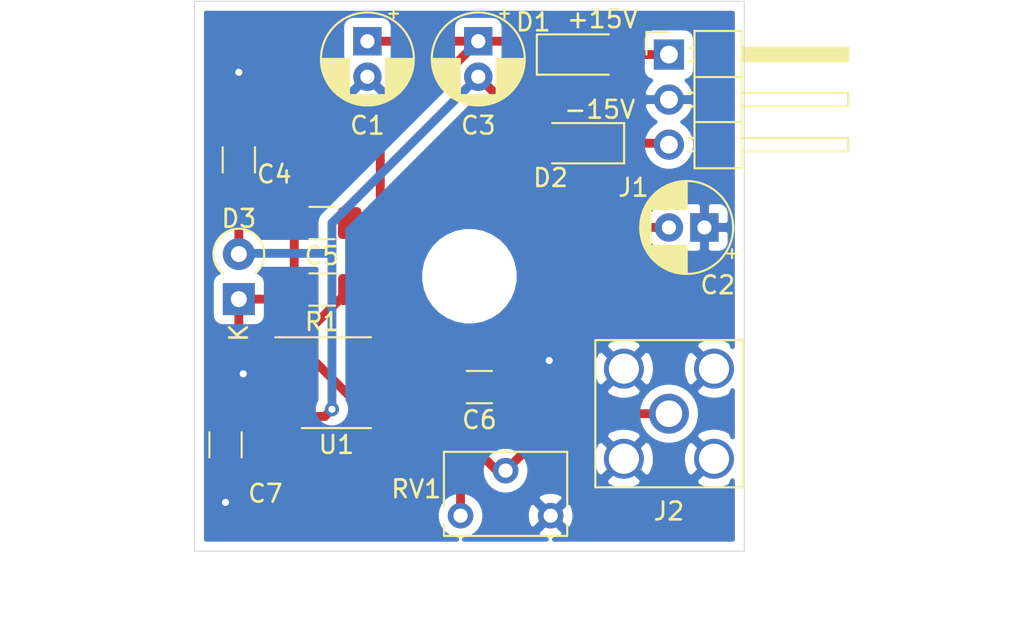
<source format=kicad_pcb>
(kicad_pcb (version 20171130) (host pcbnew 5.1.10-88a1d61d58~90~ubuntu20.04.1)

  (general
    (thickness 1.6)
    (drawings 11)
    (tracks 57)
    (zones 0)
    (modules 16)
    (nets 10)
  )

  (page A4)
  (layers
    (0 F.Cu signal)
    (31 B.Cu signal)
    (32 B.Adhes user)
    (33 F.Adhes user)
    (34 B.Paste user)
    (35 F.Paste user)
    (36 B.SilkS user)
    (37 F.SilkS user)
    (38 B.Mask user)
    (39 F.Mask user)
    (40 Dwgs.User user)
    (41 Cmts.User user)
    (42 Eco1.User user)
    (43 Eco2.User user)
    (44 Edge.Cuts user)
    (45 Margin user)
    (46 B.CrtYd user)
    (47 F.CrtYd user)
    (48 B.Fab user)
    (49 F.Fab user)
  )

  (setup
    (last_trace_width 0.5)
    (user_trace_width 0.5)
    (trace_clearance 0.2)
    (zone_clearance 0.508)
    (zone_45_only no)
    (trace_min 0.2)
    (via_size 0.8)
    (via_drill 0.4)
    (via_min_size 0.4)
    (via_min_drill 0.3)
    (uvia_size 0.3)
    (uvia_drill 0.1)
    (uvias_allowed no)
    (uvia_min_size 0.2)
    (uvia_min_drill 0.1)
    (edge_width 0.05)
    (segment_width 0.2)
    (pcb_text_width 0.3)
    (pcb_text_size 1.5 1.5)
    (mod_edge_width 0.12)
    (mod_text_size 1 1)
    (mod_text_width 0.15)
    (pad_size 1.524 1.524)
    (pad_drill 0.762)
    (pad_to_mask_clearance 0)
    (aux_axis_origin 0 0)
    (grid_origin 121 53.5)
    (visible_elements FFFFFF7F)
    (pcbplotparams
      (layerselection 0x010fc_ffffffff)
      (usegerberextensions false)
      (usegerberattributes true)
      (usegerberadvancedattributes true)
      (creategerberjobfile true)
      (excludeedgelayer true)
      (linewidth 0.100000)
      (plotframeref false)
      (viasonmask false)
      (mode 1)
      (useauxorigin false)
      (hpglpennumber 1)
      (hpglpenspeed 20)
      (hpglpendiameter 15.000000)
      (psnegative false)
      (psa4output false)
      (plotreference true)
      (plotvalue true)
      (plotinvisibletext false)
      (padsonsilk false)
      (subtractmaskfromsilk false)
      (outputformat 1)
      (mirror false)
      (drillshape 0)
      (scaleselection 1)
      (outputdirectory "generated/"))
  )

  (net 0 "")
  (net 1 GND)
  (net 2 /VDD)
  (net 3 /VSS)
  (net 4 "Net-(J2-Pad1)")
  (net 5 "Net-(RV1-Pad1)")
  (net 6 "Net-(C5-Pad2)")
  (net 7 "Net-(C5-Pad1)")
  (net 8 "Net-(D1-Pad2)")
  (net 9 "Net-(D2-Pad1)")

  (net_class Default "This is the default net class."
    (clearance 0.2)
    (trace_width 0.25)
    (via_dia 0.8)
    (via_drill 0.4)
    (uvia_dia 0.3)
    (uvia_drill 0.1)
    (add_net /VDD)
    (add_net /VSS)
    (add_net GND)
    (add_net "Net-(C5-Pad1)")
    (add_net "Net-(C5-Pad2)")
    (add_net "Net-(D1-Pad2)")
    (add_net "Net-(D2-Pad1)")
    (add_net "Net-(J2-Pad1)")
    (add_net "Net-(RV1-Pad1)")
  )

  (module MountingHole:MountingHole_4.3mm_M4 (layer F.Cu) (tedit 56D1B4CB) (tstamp 61792134)
    (at 136.5 69)
    (descr "Mounting Hole 4.3mm, no annular, M4")
    (tags "mounting hole 4.3mm no annular m4")
    (attr virtual)
    (fp_text reference REF** (at 0 -5.3) (layer F.SilkS) hide
      (effects (font (size 1 1) (thickness 0.15)))
    )
    (fp_text value MountingHole_4.3mm_M4 (at 0 5.3) (layer F.Fab) hide
      (effects (font (size 1 1) (thickness 0.15)))
    )
    (fp_circle (center 0 0) (end 4.55 0) (layer F.CrtYd) (width 0.05))
    (fp_circle (center 0 0) (end 4.3 0) (layer Cmts.User) (width 0.15))
    (fp_text user %R (at 0.3 0) (layer F.Fab) hide
      (effects (font (size 1 1) (thickness 0.15)))
    )
    (pad 1 np_thru_hole circle (at 0 0) (size 4.3 4.3) (drill 4.3) (layers *.Cu *.Mask))
  )

  (module Potentiometer_THT:Potentiometer_Bourns_3266W_Vertical (layer F.Cu) (tedit 5A3D4994) (tstamp 612AB613)
    (at 136 82.5 180)
    (descr "Potentiometer, vertical, Bourns 3266W, https://www.bourns.com/docs/Product-Datasheets/3266.pdf")
    (tags "Potentiometer vertical Bourns 3266W")
    (path /612F617A)
    (fp_text reference RV1 (at 2.5 1.5) (layer F.SilkS)
      (effects (font (size 1 1) (thickness 0.15)))
    )
    (fp_text value 10k (at -2.54 4.73) (layer F.Fab)
      (effects (font (size 1 1) (thickness 0.15)))
    )
    (fp_line (start 1.1 -1.3) (end -6.15 -1.3) (layer F.CrtYd) (width 0.05))
    (fp_line (start 1.1 3.75) (end 1.1 -1.3) (layer F.CrtYd) (width 0.05))
    (fp_line (start -6.15 3.75) (end 1.1 3.75) (layer F.CrtYd) (width 0.05))
    (fp_line (start -6.15 -1.3) (end -6.15 3.75) (layer F.CrtYd) (width 0.05))
    (fp_line (start 0.935 0.495) (end 0.935 3.6) (layer F.SilkS) (width 0.12))
    (fp_line (start 0.935 -1.14) (end 0.935 -0.495) (layer F.SilkS) (width 0.12))
    (fp_line (start -6.015 0.495) (end -6.015 3.6) (layer F.SilkS) (width 0.12))
    (fp_line (start -6.015 -1.14) (end -6.015 -0.495) (layer F.SilkS) (width 0.12))
    (fp_line (start -6.015 3.6) (end 0.935 3.6) (layer F.SilkS) (width 0.12))
    (fp_line (start -6.015 -1.14) (end 0.935 -1.14) (layer F.SilkS) (width 0.12))
    (fp_line (start -0.455 3.092) (end -0.454 1.329) (layer F.Fab) (width 0.1))
    (fp_line (start -0.455 3.092) (end -0.454 1.329) (layer F.Fab) (width 0.1))
    (fp_line (start 0.815 -1.02) (end -5.895 -1.02) (layer F.Fab) (width 0.1))
    (fp_line (start 0.815 3.48) (end 0.815 -1.02) (layer F.Fab) (width 0.1))
    (fp_line (start -5.895 3.48) (end 0.815 3.48) (layer F.Fab) (width 0.1))
    (fp_line (start -5.895 -1.02) (end -5.895 3.48) (layer F.Fab) (width 0.1))
    (fp_circle (center -0.455 2.21) (end 0.435 2.21) (layer F.Fab) (width 0.1))
    (fp_text user %R (at -3.175 1.23) (layer F.Fab)
      (effects (font (size 0.91 0.91) (thickness 0.15)))
    )
    (pad 3 thru_hole circle (at -5.08 0 180) (size 1.44 1.44) (drill 0.8) (layers *.Cu *.Mask)
      (net 1 GND))
    (pad 2 thru_hole circle (at -2.54 2.54 180) (size 1.44 1.44) (drill 0.8) (layers *.Cu *.Mask)
      (net 4 "Net-(J2-Pad1)"))
    (pad 1 thru_hole circle (at 0 0 180) (size 1.44 1.44) (drill 0.8) (layers *.Cu *.Mask)
      (net 5 "Net-(RV1-Pad1)"))
    (model ${KISYS3DMOD}/Potentiometer_THT.3dshapes/Potentiometer_Bourns_3266W_Vertical.wrl
      (at (xyz 0 0 0))
      (scale (xyz 1 1 1))
      (rotate (xyz 0 0 0))
    )
  )

  (module Capacitor_THT:CP_Radial_D5.0mm_P2.00mm (layer F.Cu) (tedit 5AE50EF0) (tstamp 61791A35)
    (at 130.75 55.75 270)
    (descr "CP, Radial series, Radial, pin pitch=2.00mm, , diameter=5mm, Electrolytic Capacitor")
    (tags "CP Radial series Radial pin pitch 2.00mm  diameter 5mm Electrolytic Capacitor")
    (path /612A5A41)
    (fp_text reference C1 (at 4.75 0 180) (layer F.SilkS)
      (effects (font (size 1 1) (thickness 0.15)))
    )
    (fp_text value 22u (at 1 3.75 90) (layer F.Fab)
      (effects (font (size 1 1) (thickness 0.15)))
    )
    (fp_line (start -1.554775 -1.725) (end -1.554775 -1.225) (layer F.SilkS) (width 0.12))
    (fp_line (start -1.804775 -1.475) (end -1.304775 -1.475) (layer F.SilkS) (width 0.12))
    (fp_line (start 3.601 -0.284) (end 3.601 0.284) (layer F.SilkS) (width 0.12))
    (fp_line (start 3.561 -0.518) (end 3.561 0.518) (layer F.SilkS) (width 0.12))
    (fp_line (start 3.521 -0.677) (end 3.521 0.677) (layer F.SilkS) (width 0.12))
    (fp_line (start 3.481 -0.805) (end 3.481 0.805) (layer F.SilkS) (width 0.12))
    (fp_line (start 3.441 -0.915) (end 3.441 0.915) (layer F.SilkS) (width 0.12))
    (fp_line (start 3.401 -1.011) (end 3.401 1.011) (layer F.SilkS) (width 0.12))
    (fp_line (start 3.361 -1.098) (end 3.361 1.098) (layer F.SilkS) (width 0.12))
    (fp_line (start 3.321 -1.178) (end 3.321 1.178) (layer F.SilkS) (width 0.12))
    (fp_line (start 3.281 -1.251) (end 3.281 1.251) (layer F.SilkS) (width 0.12))
    (fp_line (start 3.241 -1.319) (end 3.241 1.319) (layer F.SilkS) (width 0.12))
    (fp_line (start 3.201 -1.383) (end 3.201 1.383) (layer F.SilkS) (width 0.12))
    (fp_line (start 3.161 -1.443) (end 3.161 1.443) (layer F.SilkS) (width 0.12))
    (fp_line (start 3.121 -1.5) (end 3.121 1.5) (layer F.SilkS) (width 0.12))
    (fp_line (start 3.081 -1.554) (end 3.081 1.554) (layer F.SilkS) (width 0.12))
    (fp_line (start 3.041 -1.605) (end 3.041 1.605) (layer F.SilkS) (width 0.12))
    (fp_line (start 3.001 1.04) (end 3.001 1.653) (layer F.SilkS) (width 0.12))
    (fp_line (start 3.001 -1.653) (end 3.001 -1.04) (layer F.SilkS) (width 0.12))
    (fp_line (start 2.961 1.04) (end 2.961 1.699) (layer F.SilkS) (width 0.12))
    (fp_line (start 2.961 -1.699) (end 2.961 -1.04) (layer F.SilkS) (width 0.12))
    (fp_line (start 2.921 1.04) (end 2.921 1.743) (layer F.SilkS) (width 0.12))
    (fp_line (start 2.921 -1.743) (end 2.921 -1.04) (layer F.SilkS) (width 0.12))
    (fp_line (start 2.881 1.04) (end 2.881 1.785) (layer F.SilkS) (width 0.12))
    (fp_line (start 2.881 -1.785) (end 2.881 -1.04) (layer F.SilkS) (width 0.12))
    (fp_line (start 2.841 1.04) (end 2.841 1.826) (layer F.SilkS) (width 0.12))
    (fp_line (start 2.841 -1.826) (end 2.841 -1.04) (layer F.SilkS) (width 0.12))
    (fp_line (start 2.801 1.04) (end 2.801 1.864) (layer F.SilkS) (width 0.12))
    (fp_line (start 2.801 -1.864) (end 2.801 -1.04) (layer F.SilkS) (width 0.12))
    (fp_line (start 2.761 1.04) (end 2.761 1.901) (layer F.SilkS) (width 0.12))
    (fp_line (start 2.761 -1.901) (end 2.761 -1.04) (layer F.SilkS) (width 0.12))
    (fp_line (start 2.721 1.04) (end 2.721 1.937) (layer F.SilkS) (width 0.12))
    (fp_line (start 2.721 -1.937) (end 2.721 -1.04) (layer F.SilkS) (width 0.12))
    (fp_line (start 2.681 1.04) (end 2.681 1.971) (layer F.SilkS) (width 0.12))
    (fp_line (start 2.681 -1.971) (end 2.681 -1.04) (layer F.SilkS) (width 0.12))
    (fp_line (start 2.641 1.04) (end 2.641 2.004) (layer F.SilkS) (width 0.12))
    (fp_line (start 2.641 -2.004) (end 2.641 -1.04) (layer F.SilkS) (width 0.12))
    (fp_line (start 2.601 1.04) (end 2.601 2.035) (layer F.SilkS) (width 0.12))
    (fp_line (start 2.601 -2.035) (end 2.601 -1.04) (layer F.SilkS) (width 0.12))
    (fp_line (start 2.561 1.04) (end 2.561 2.065) (layer F.SilkS) (width 0.12))
    (fp_line (start 2.561 -2.065) (end 2.561 -1.04) (layer F.SilkS) (width 0.12))
    (fp_line (start 2.521 1.04) (end 2.521 2.095) (layer F.SilkS) (width 0.12))
    (fp_line (start 2.521 -2.095) (end 2.521 -1.04) (layer F.SilkS) (width 0.12))
    (fp_line (start 2.481 1.04) (end 2.481 2.122) (layer F.SilkS) (width 0.12))
    (fp_line (start 2.481 -2.122) (end 2.481 -1.04) (layer F.SilkS) (width 0.12))
    (fp_line (start 2.441 1.04) (end 2.441 2.149) (layer F.SilkS) (width 0.12))
    (fp_line (start 2.441 -2.149) (end 2.441 -1.04) (layer F.SilkS) (width 0.12))
    (fp_line (start 2.401 1.04) (end 2.401 2.175) (layer F.SilkS) (width 0.12))
    (fp_line (start 2.401 -2.175) (end 2.401 -1.04) (layer F.SilkS) (width 0.12))
    (fp_line (start 2.361 1.04) (end 2.361 2.2) (layer F.SilkS) (width 0.12))
    (fp_line (start 2.361 -2.2) (end 2.361 -1.04) (layer F.SilkS) (width 0.12))
    (fp_line (start 2.321 1.04) (end 2.321 2.224) (layer F.SilkS) (width 0.12))
    (fp_line (start 2.321 -2.224) (end 2.321 -1.04) (layer F.SilkS) (width 0.12))
    (fp_line (start 2.281 1.04) (end 2.281 2.247) (layer F.SilkS) (width 0.12))
    (fp_line (start 2.281 -2.247) (end 2.281 -1.04) (layer F.SilkS) (width 0.12))
    (fp_line (start 2.241 1.04) (end 2.241 2.268) (layer F.SilkS) (width 0.12))
    (fp_line (start 2.241 -2.268) (end 2.241 -1.04) (layer F.SilkS) (width 0.12))
    (fp_line (start 2.201 1.04) (end 2.201 2.29) (layer F.SilkS) (width 0.12))
    (fp_line (start 2.201 -2.29) (end 2.201 -1.04) (layer F.SilkS) (width 0.12))
    (fp_line (start 2.161 1.04) (end 2.161 2.31) (layer F.SilkS) (width 0.12))
    (fp_line (start 2.161 -2.31) (end 2.161 -1.04) (layer F.SilkS) (width 0.12))
    (fp_line (start 2.121 1.04) (end 2.121 2.329) (layer F.SilkS) (width 0.12))
    (fp_line (start 2.121 -2.329) (end 2.121 -1.04) (layer F.SilkS) (width 0.12))
    (fp_line (start 2.081 1.04) (end 2.081 2.348) (layer F.SilkS) (width 0.12))
    (fp_line (start 2.081 -2.348) (end 2.081 -1.04) (layer F.SilkS) (width 0.12))
    (fp_line (start 2.041 1.04) (end 2.041 2.365) (layer F.SilkS) (width 0.12))
    (fp_line (start 2.041 -2.365) (end 2.041 -1.04) (layer F.SilkS) (width 0.12))
    (fp_line (start 2.001 1.04) (end 2.001 2.382) (layer F.SilkS) (width 0.12))
    (fp_line (start 2.001 -2.382) (end 2.001 -1.04) (layer F.SilkS) (width 0.12))
    (fp_line (start 1.961 1.04) (end 1.961 2.398) (layer F.SilkS) (width 0.12))
    (fp_line (start 1.961 -2.398) (end 1.961 -1.04) (layer F.SilkS) (width 0.12))
    (fp_line (start 1.921 1.04) (end 1.921 2.414) (layer F.SilkS) (width 0.12))
    (fp_line (start 1.921 -2.414) (end 1.921 -1.04) (layer F.SilkS) (width 0.12))
    (fp_line (start 1.881 1.04) (end 1.881 2.428) (layer F.SilkS) (width 0.12))
    (fp_line (start 1.881 -2.428) (end 1.881 -1.04) (layer F.SilkS) (width 0.12))
    (fp_line (start 1.841 1.04) (end 1.841 2.442) (layer F.SilkS) (width 0.12))
    (fp_line (start 1.841 -2.442) (end 1.841 -1.04) (layer F.SilkS) (width 0.12))
    (fp_line (start 1.801 1.04) (end 1.801 2.455) (layer F.SilkS) (width 0.12))
    (fp_line (start 1.801 -2.455) (end 1.801 -1.04) (layer F.SilkS) (width 0.12))
    (fp_line (start 1.761 1.04) (end 1.761 2.468) (layer F.SilkS) (width 0.12))
    (fp_line (start 1.761 -2.468) (end 1.761 -1.04) (layer F.SilkS) (width 0.12))
    (fp_line (start 1.721 1.04) (end 1.721 2.48) (layer F.SilkS) (width 0.12))
    (fp_line (start 1.721 -2.48) (end 1.721 -1.04) (layer F.SilkS) (width 0.12))
    (fp_line (start 1.68 1.04) (end 1.68 2.491) (layer F.SilkS) (width 0.12))
    (fp_line (start 1.68 -2.491) (end 1.68 -1.04) (layer F.SilkS) (width 0.12))
    (fp_line (start 1.64 1.04) (end 1.64 2.501) (layer F.SilkS) (width 0.12))
    (fp_line (start 1.64 -2.501) (end 1.64 -1.04) (layer F.SilkS) (width 0.12))
    (fp_line (start 1.6 1.04) (end 1.6 2.511) (layer F.SilkS) (width 0.12))
    (fp_line (start 1.6 -2.511) (end 1.6 -1.04) (layer F.SilkS) (width 0.12))
    (fp_line (start 1.56 1.04) (end 1.56 2.52) (layer F.SilkS) (width 0.12))
    (fp_line (start 1.56 -2.52) (end 1.56 -1.04) (layer F.SilkS) (width 0.12))
    (fp_line (start 1.52 1.04) (end 1.52 2.528) (layer F.SilkS) (width 0.12))
    (fp_line (start 1.52 -2.528) (end 1.52 -1.04) (layer F.SilkS) (width 0.12))
    (fp_line (start 1.48 1.04) (end 1.48 2.536) (layer F.SilkS) (width 0.12))
    (fp_line (start 1.48 -2.536) (end 1.48 -1.04) (layer F.SilkS) (width 0.12))
    (fp_line (start 1.44 1.04) (end 1.44 2.543) (layer F.SilkS) (width 0.12))
    (fp_line (start 1.44 -2.543) (end 1.44 -1.04) (layer F.SilkS) (width 0.12))
    (fp_line (start 1.4 1.04) (end 1.4 2.55) (layer F.SilkS) (width 0.12))
    (fp_line (start 1.4 -2.55) (end 1.4 -1.04) (layer F.SilkS) (width 0.12))
    (fp_line (start 1.36 1.04) (end 1.36 2.556) (layer F.SilkS) (width 0.12))
    (fp_line (start 1.36 -2.556) (end 1.36 -1.04) (layer F.SilkS) (width 0.12))
    (fp_line (start 1.32 1.04) (end 1.32 2.561) (layer F.SilkS) (width 0.12))
    (fp_line (start 1.32 -2.561) (end 1.32 -1.04) (layer F.SilkS) (width 0.12))
    (fp_line (start 1.28 1.04) (end 1.28 2.565) (layer F.SilkS) (width 0.12))
    (fp_line (start 1.28 -2.565) (end 1.28 -1.04) (layer F.SilkS) (width 0.12))
    (fp_line (start 1.24 1.04) (end 1.24 2.569) (layer F.SilkS) (width 0.12))
    (fp_line (start 1.24 -2.569) (end 1.24 -1.04) (layer F.SilkS) (width 0.12))
    (fp_line (start 1.2 1.04) (end 1.2 2.573) (layer F.SilkS) (width 0.12))
    (fp_line (start 1.2 -2.573) (end 1.2 -1.04) (layer F.SilkS) (width 0.12))
    (fp_line (start 1.16 1.04) (end 1.16 2.576) (layer F.SilkS) (width 0.12))
    (fp_line (start 1.16 -2.576) (end 1.16 -1.04) (layer F.SilkS) (width 0.12))
    (fp_line (start 1.12 1.04) (end 1.12 2.578) (layer F.SilkS) (width 0.12))
    (fp_line (start 1.12 -2.578) (end 1.12 -1.04) (layer F.SilkS) (width 0.12))
    (fp_line (start 1.08 1.04) (end 1.08 2.579) (layer F.SilkS) (width 0.12))
    (fp_line (start 1.08 -2.579) (end 1.08 -1.04) (layer F.SilkS) (width 0.12))
    (fp_line (start 1.04 -2.58) (end 1.04 -1.04) (layer F.SilkS) (width 0.12))
    (fp_line (start 1.04 1.04) (end 1.04 2.58) (layer F.SilkS) (width 0.12))
    (fp_line (start 1 -2.58) (end 1 -1.04) (layer F.SilkS) (width 0.12))
    (fp_line (start 1 1.04) (end 1 2.58) (layer F.SilkS) (width 0.12))
    (fp_line (start -0.883605 -1.3375) (end -0.883605 -0.8375) (layer F.Fab) (width 0.1))
    (fp_line (start -1.133605 -1.0875) (end -0.633605 -1.0875) (layer F.Fab) (width 0.1))
    (fp_circle (center 1 0) (end 3.75 0) (layer F.CrtYd) (width 0.05))
    (fp_circle (center 1 0) (end 3.62 0) (layer F.SilkS) (width 0.12))
    (fp_circle (center 1 0) (end 3.5 0) (layer F.Fab) (width 0.1))
    (fp_text user %R (at 1 0 90) (layer F.Fab)
      (effects (font (size 1 1) (thickness 0.15)))
    )
    (pad 1 thru_hole rect (at 0 0 270) (size 1.6 1.6) (drill 0.8) (layers *.Cu *.Mask)
      (net 2 /VDD))
    (pad 2 thru_hole circle (at 2 0 270) (size 1.6 1.6) (drill 0.8) (layers *.Cu *.Mask)
      (net 1 GND))
    (model ${KISYS3DMOD}/Capacitor_THT.3dshapes/CP_Radial_D5.0mm_P2.00mm.wrl
      (at (xyz 0 0 0))
      (scale (xyz 1 1 1))
      (rotate (xyz 0 0 0))
    )
  )

  (module Capacitor_THT:CP_Radial_D5.0mm_P2.00mm (layer F.Cu) (tedit 5AE50EF0) (tstamp 612AA172)
    (at 149.75 66.25 180)
    (descr "CP, Radial series, Radial, pin pitch=2.00mm, , diameter=5mm, Electrolytic Capacitor")
    (tags "CP Radial series Radial pin pitch 2.00mm  diameter 5mm Electrolytic Capacitor")
    (path /612A623A)
    (fp_text reference C2 (at -0.75 -3.25) (layer F.SilkS)
      (effects (font (size 1 1) (thickness 0.15)))
    )
    (fp_text value 22u (at 1 3.75) (layer F.Fab)
      (effects (font (size 1 1) (thickness 0.15)))
    )
    (fp_circle (center 1 0) (end 3.5 0) (layer F.Fab) (width 0.1))
    (fp_circle (center 1 0) (end 3.62 0) (layer F.SilkS) (width 0.12))
    (fp_circle (center 1 0) (end 3.75 0) (layer F.CrtYd) (width 0.05))
    (fp_line (start -1.133605 -1.0875) (end -0.633605 -1.0875) (layer F.Fab) (width 0.1))
    (fp_line (start -0.883605 -1.3375) (end -0.883605 -0.8375) (layer F.Fab) (width 0.1))
    (fp_line (start 1 1.04) (end 1 2.58) (layer F.SilkS) (width 0.12))
    (fp_line (start 1 -2.58) (end 1 -1.04) (layer F.SilkS) (width 0.12))
    (fp_line (start 1.04 1.04) (end 1.04 2.58) (layer F.SilkS) (width 0.12))
    (fp_line (start 1.04 -2.58) (end 1.04 -1.04) (layer F.SilkS) (width 0.12))
    (fp_line (start 1.08 -2.579) (end 1.08 -1.04) (layer F.SilkS) (width 0.12))
    (fp_line (start 1.08 1.04) (end 1.08 2.579) (layer F.SilkS) (width 0.12))
    (fp_line (start 1.12 -2.578) (end 1.12 -1.04) (layer F.SilkS) (width 0.12))
    (fp_line (start 1.12 1.04) (end 1.12 2.578) (layer F.SilkS) (width 0.12))
    (fp_line (start 1.16 -2.576) (end 1.16 -1.04) (layer F.SilkS) (width 0.12))
    (fp_line (start 1.16 1.04) (end 1.16 2.576) (layer F.SilkS) (width 0.12))
    (fp_line (start 1.2 -2.573) (end 1.2 -1.04) (layer F.SilkS) (width 0.12))
    (fp_line (start 1.2 1.04) (end 1.2 2.573) (layer F.SilkS) (width 0.12))
    (fp_line (start 1.24 -2.569) (end 1.24 -1.04) (layer F.SilkS) (width 0.12))
    (fp_line (start 1.24 1.04) (end 1.24 2.569) (layer F.SilkS) (width 0.12))
    (fp_line (start 1.28 -2.565) (end 1.28 -1.04) (layer F.SilkS) (width 0.12))
    (fp_line (start 1.28 1.04) (end 1.28 2.565) (layer F.SilkS) (width 0.12))
    (fp_line (start 1.32 -2.561) (end 1.32 -1.04) (layer F.SilkS) (width 0.12))
    (fp_line (start 1.32 1.04) (end 1.32 2.561) (layer F.SilkS) (width 0.12))
    (fp_line (start 1.36 -2.556) (end 1.36 -1.04) (layer F.SilkS) (width 0.12))
    (fp_line (start 1.36 1.04) (end 1.36 2.556) (layer F.SilkS) (width 0.12))
    (fp_line (start 1.4 -2.55) (end 1.4 -1.04) (layer F.SilkS) (width 0.12))
    (fp_line (start 1.4 1.04) (end 1.4 2.55) (layer F.SilkS) (width 0.12))
    (fp_line (start 1.44 -2.543) (end 1.44 -1.04) (layer F.SilkS) (width 0.12))
    (fp_line (start 1.44 1.04) (end 1.44 2.543) (layer F.SilkS) (width 0.12))
    (fp_line (start 1.48 -2.536) (end 1.48 -1.04) (layer F.SilkS) (width 0.12))
    (fp_line (start 1.48 1.04) (end 1.48 2.536) (layer F.SilkS) (width 0.12))
    (fp_line (start 1.52 -2.528) (end 1.52 -1.04) (layer F.SilkS) (width 0.12))
    (fp_line (start 1.52 1.04) (end 1.52 2.528) (layer F.SilkS) (width 0.12))
    (fp_line (start 1.56 -2.52) (end 1.56 -1.04) (layer F.SilkS) (width 0.12))
    (fp_line (start 1.56 1.04) (end 1.56 2.52) (layer F.SilkS) (width 0.12))
    (fp_line (start 1.6 -2.511) (end 1.6 -1.04) (layer F.SilkS) (width 0.12))
    (fp_line (start 1.6 1.04) (end 1.6 2.511) (layer F.SilkS) (width 0.12))
    (fp_line (start 1.64 -2.501) (end 1.64 -1.04) (layer F.SilkS) (width 0.12))
    (fp_line (start 1.64 1.04) (end 1.64 2.501) (layer F.SilkS) (width 0.12))
    (fp_line (start 1.68 -2.491) (end 1.68 -1.04) (layer F.SilkS) (width 0.12))
    (fp_line (start 1.68 1.04) (end 1.68 2.491) (layer F.SilkS) (width 0.12))
    (fp_line (start 1.721 -2.48) (end 1.721 -1.04) (layer F.SilkS) (width 0.12))
    (fp_line (start 1.721 1.04) (end 1.721 2.48) (layer F.SilkS) (width 0.12))
    (fp_line (start 1.761 -2.468) (end 1.761 -1.04) (layer F.SilkS) (width 0.12))
    (fp_line (start 1.761 1.04) (end 1.761 2.468) (layer F.SilkS) (width 0.12))
    (fp_line (start 1.801 -2.455) (end 1.801 -1.04) (layer F.SilkS) (width 0.12))
    (fp_line (start 1.801 1.04) (end 1.801 2.455) (layer F.SilkS) (width 0.12))
    (fp_line (start 1.841 -2.442) (end 1.841 -1.04) (layer F.SilkS) (width 0.12))
    (fp_line (start 1.841 1.04) (end 1.841 2.442) (layer F.SilkS) (width 0.12))
    (fp_line (start 1.881 -2.428) (end 1.881 -1.04) (layer F.SilkS) (width 0.12))
    (fp_line (start 1.881 1.04) (end 1.881 2.428) (layer F.SilkS) (width 0.12))
    (fp_line (start 1.921 -2.414) (end 1.921 -1.04) (layer F.SilkS) (width 0.12))
    (fp_line (start 1.921 1.04) (end 1.921 2.414) (layer F.SilkS) (width 0.12))
    (fp_line (start 1.961 -2.398) (end 1.961 -1.04) (layer F.SilkS) (width 0.12))
    (fp_line (start 1.961 1.04) (end 1.961 2.398) (layer F.SilkS) (width 0.12))
    (fp_line (start 2.001 -2.382) (end 2.001 -1.04) (layer F.SilkS) (width 0.12))
    (fp_line (start 2.001 1.04) (end 2.001 2.382) (layer F.SilkS) (width 0.12))
    (fp_line (start 2.041 -2.365) (end 2.041 -1.04) (layer F.SilkS) (width 0.12))
    (fp_line (start 2.041 1.04) (end 2.041 2.365) (layer F.SilkS) (width 0.12))
    (fp_line (start 2.081 -2.348) (end 2.081 -1.04) (layer F.SilkS) (width 0.12))
    (fp_line (start 2.081 1.04) (end 2.081 2.348) (layer F.SilkS) (width 0.12))
    (fp_line (start 2.121 -2.329) (end 2.121 -1.04) (layer F.SilkS) (width 0.12))
    (fp_line (start 2.121 1.04) (end 2.121 2.329) (layer F.SilkS) (width 0.12))
    (fp_line (start 2.161 -2.31) (end 2.161 -1.04) (layer F.SilkS) (width 0.12))
    (fp_line (start 2.161 1.04) (end 2.161 2.31) (layer F.SilkS) (width 0.12))
    (fp_line (start 2.201 -2.29) (end 2.201 -1.04) (layer F.SilkS) (width 0.12))
    (fp_line (start 2.201 1.04) (end 2.201 2.29) (layer F.SilkS) (width 0.12))
    (fp_line (start 2.241 -2.268) (end 2.241 -1.04) (layer F.SilkS) (width 0.12))
    (fp_line (start 2.241 1.04) (end 2.241 2.268) (layer F.SilkS) (width 0.12))
    (fp_line (start 2.281 -2.247) (end 2.281 -1.04) (layer F.SilkS) (width 0.12))
    (fp_line (start 2.281 1.04) (end 2.281 2.247) (layer F.SilkS) (width 0.12))
    (fp_line (start 2.321 -2.224) (end 2.321 -1.04) (layer F.SilkS) (width 0.12))
    (fp_line (start 2.321 1.04) (end 2.321 2.224) (layer F.SilkS) (width 0.12))
    (fp_line (start 2.361 -2.2) (end 2.361 -1.04) (layer F.SilkS) (width 0.12))
    (fp_line (start 2.361 1.04) (end 2.361 2.2) (layer F.SilkS) (width 0.12))
    (fp_line (start 2.401 -2.175) (end 2.401 -1.04) (layer F.SilkS) (width 0.12))
    (fp_line (start 2.401 1.04) (end 2.401 2.175) (layer F.SilkS) (width 0.12))
    (fp_line (start 2.441 -2.149) (end 2.441 -1.04) (layer F.SilkS) (width 0.12))
    (fp_line (start 2.441 1.04) (end 2.441 2.149) (layer F.SilkS) (width 0.12))
    (fp_line (start 2.481 -2.122) (end 2.481 -1.04) (layer F.SilkS) (width 0.12))
    (fp_line (start 2.481 1.04) (end 2.481 2.122) (layer F.SilkS) (width 0.12))
    (fp_line (start 2.521 -2.095) (end 2.521 -1.04) (layer F.SilkS) (width 0.12))
    (fp_line (start 2.521 1.04) (end 2.521 2.095) (layer F.SilkS) (width 0.12))
    (fp_line (start 2.561 -2.065) (end 2.561 -1.04) (layer F.SilkS) (width 0.12))
    (fp_line (start 2.561 1.04) (end 2.561 2.065) (layer F.SilkS) (width 0.12))
    (fp_line (start 2.601 -2.035) (end 2.601 -1.04) (layer F.SilkS) (width 0.12))
    (fp_line (start 2.601 1.04) (end 2.601 2.035) (layer F.SilkS) (width 0.12))
    (fp_line (start 2.641 -2.004) (end 2.641 -1.04) (layer F.SilkS) (width 0.12))
    (fp_line (start 2.641 1.04) (end 2.641 2.004) (layer F.SilkS) (width 0.12))
    (fp_line (start 2.681 -1.971) (end 2.681 -1.04) (layer F.SilkS) (width 0.12))
    (fp_line (start 2.681 1.04) (end 2.681 1.971) (layer F.SilkS) (width 0.12))
    (fp_line (start 2.721 -1.937) (end 2.721 -1.04) (layer F.SilkS) (width 0.12))
    (fp_line (start 2.721 1.04) (end 2.721 1.937) (layer F.SilkS) (width 0.12))
    (fp_line (start 2.761 -1.901) (end 2.761 -1.04) (layer F.SilkS) (width 0.12))
    (fp_line (start 2.761 1.04) (end 2.761 1.901) (layer F.SilkS) (width 0.12))
    (fp_line (start 2.801 -1.864) (end 2.801 -1.04) (layer F.SilkS) (width 0.12))
    (fp_line (start 2.801 1.04) (end 2.801 1.864) (layer F.SilkS) (width 0.12))
    (fp_line (start 2.841 -1.826) (end 2.841 -1.04) (layer F.SilkS) (width 0.12))
    (fp_line (start 2.841 1.04) (end 2.841 1.826) (layer F.SilkS) (width 0.12))
    (fp_line (start 2.881 -1.785) (end 2.881 -1.04) (layer F.SilkS) (width 0.12))
    (fp_line (start 2.881 1.04) (end 2.881 1.785) (layer F.SilkS) (width 0.12))
    (fp_line (start 2.921 -1.743) (end 2.921 -1.04) (layer F.SilkS) (width 0.12))
    (fp_line (start 2.921 1.04) (end 2.921 1.743) (layer F.SilkS) (width 0.12))
    (fp_line (start 2.961 -1.699) (end 2.961 -1.04) (layer F.SilkS) (width 0.12))
    (fp_line (start 2.961 1.04) (end 2.961 1.699) (layer F.SilkS) (width 0.12))
    (fp_line (start 3.001 -1.653) (end 3.001 -1.04) (layer F.SilkS) (width 0.12))
    (fp_line (start 3.001 1.04) (end 3.001 1.653) (layer F.SilkS) (width 0.12))
    (fp_line (start 3.041 -1.605) (end 3.041 1.605) (layer F.SilkS) (width 0.12))
    (fp_line (start 3.081 -1.554) (end 3.081 1.554) (layer F.SilkS) (width 0.12))
    (fp_line (start 3.121 -1.5) (end 3.121 1.5) (layer F.SilkS) (width 0.12))
    (fp_line (start 3.161 -1.443) (end 3.161 1.443) (layer F.SilkS) (width 0.12))
    (fp_line (start 3.201 -1.383) (end 3.201 1.383) (layer F.SilkS) (width 0.12))
    (fp_line (start 3.241 -1.319) (end 3.241 1.319) (layer F.SilkS) (width 0.12))
    (fp_line (start 3.281 -1.251) (end 3.281 1.251) (layer F.SilkS) (width 0.12))
    (fp_line (start 3.321 -1.178) (end 3.321 1.178) (layer F.SilkS) (width 0.12))
    (fp_line (start 3.361 -1.098) (end 3.361 1.098) (layer F.SilkS) (width 0.12))
    (fp_line (start 3.401 -1.011) (end 3.401 1.011) (layer F.SilkS) (width 0.12))
    (fp_line (start 3.441 -0.915) (end 3.441 0.915) (layer F.SilkS) (width 0.12))
    (fp_line (start 3.481 -0.805) (end 3.481 0.805) (layer F.SilkS) (width 0.12))
    (fp_line (start 3.521 -0.677) (end 3.521 0.677) (layer F.SilkS) (width 0.12))
    (fp_line (start 3.561 -0.518) (end 3.561 0.518) (layer F.SilkS) (width 0.12))
    (fp_line (start 3.601 -0.284) (end 3.601 0.284) (layer F.SilkS) (width 0.12))
    (fp_line (start -1.804775 -1.475) (end -1.304775 -1.475) (layer F.SilkS) (width 0.12))
    (fp_line (start -1.554775 -1.725) (end -1.554775 -1.225) (layer F.SilkS) (width 0.12))
    (fp_text user %R (at 1 0) (layer F.Fab)
      (effects (font (size 1 1) (thickness 0.15)))
    )
    (pad 2 thru_hole circle (at 2 0 180) (size 1.6 1.6) (drill 0.8) (layers *.Cu *.Mask)
      (net 3 /VSS))
    (pad 1 thru_hole rect (at 0 0 180) (size 1.6 1.6) (drill 0.8) (layers *.Cu *.Mask)
      (net 1 GND))
    (model ${KISYS3DMOD}/Capacitor_THT.3dshapes/CP_Radial_D5.0mm_P2.00mm.wrl
      (at (xyz 0 0 0))
      (scale (xyz 1 1 1))
      (rotate (xyz 0 0 0))
    )
  )

  (module Capacitor_THT:CP_Radial_D5.0mm_P2.00mm (layer F.Cu) (tedit 5AE50EF0) (tstamp 612AA1F5)
    (at 137 55.75 270)
    (descr "CP, Radial series, Radial, pin pitch=2.00mm, , diameter=5mm, Electrolytic Capacitor")
    (tags "CP Radial series Radial pin pitch 2.00mm  diameter 5mm Electrolytic Capacitor")
    (path /612A752A)
    (fp_text reference C3 (at 4.75 0 180) (layer F.SilkS)
      (effects (font (size 1 1) (thickness 0.15)))
    )
    (fp_text value 22u (at 1 3.75 90) (layer F.Fab)
      (effects (font (size 1 1) (thickness 0.15)))
    )
    (fp_line (start -1.554775 -1.725) (end -1.554775 -1.225) (layer F.SilkS) (width 0.12))
    (fp_line (start -1.804775 -1.475) (end -1.304775 -1.475) (layer F.SilkS) (width 0.12))
    (fp_line (start 3.601 -0.284) (end 3.601 0.284) (layer F.SilkS) (width 0.12))
    (fp_line (start 3.561 -0.518) (end 3.561 0.518) (layer F.SilkS) (width 0.12))
    (fp_line (start 3.521 -0.677) (end 3.521 0.677) (layer F.SilkS) (width 0.12))
    (fp_line (start 3.481 -0.805) (end 3.481 0.805) (layer F.SilkS) (width 0.12))
    (fp_line (start 3.441 -0.915) (end 3.441 0.915) (layer F.SilkS) (width 0.12))
    (fp_line (start 3.401 -1.011) (end 3.401 1.011) (layer F.SilkS) (width 0.12))
    (fp_line (start 3.361 -1.098) (end 3.361 1.098) (layer F.SilkS) (width 0.12))
    (fp_line (start 3.321 -1.178) (end 3.321 1.178) (layer F.SilkS) (width 0.12))
    (fp_line (start 3.281 -1.251) (end 3.281 1.251) (layer F.SilkS) (width 0.12))
    (fp_line (start 3.241 -1.319) (end 3.241 1.319) (layer F.SilkS) (width 0.12))
    (fp_line (start 3.201 -1.383) (end 3.201 1.383) (layer F.SilkS) (width 0.12))
    (fp_line (start 3.161 -1.443) (end 3.161 1.443) (layer F.SilkS) (width 0.12))
    (fp_line (start 3.121 -1.5) (end 3.121 1.5) (layer F.SilkS) (width 0.12))
    (fp_line (start 3.081 -1.554) (end 3.081 1.554) (layer F.SilkS) (width 0.12))
    (fp_line (start 3.041 -1.605) (end 3.041 1.605) (layer F.SilkS) (width 0.12))
    (fp_line (start 3.001 1.04) (end 3.001 1.653) (layer F.SilkS) (width 0.12))
    (fp_line (start 3.001 -1.653) (end 3.001 -1.04) (layer F.SilkS) (width 0.12))
    (fp_line (start 2.961 1.04) (end 2.961 1.699) (layer F.SilkS) (width 0.12))
    (fp_line (start 2.961 -1.699) (end 2.961 -1.04) (layer F.SilkS) (width 0.12))
    (fp_line (start 2.921 1.04) (end 2.921 1.743) (layer F.SilkS) (width 0.12))
    (fp_line (start 2.921 -1.743) (end 2.921 -1.04) (layer F.SilkS) (width 0.12))
    (fp_line (start 2.881 1.04) (end 2.881 1.785) (layer F.SilkS) (width 0.12))
    (fp_line (start 2.881 -1.785) (end 2.881 -1.04) (layer F.SilkS) (width 0.12))
    (fp_line (start 2.841 1.04) (end 2.841 1.826) (layer F.SilkS) (width 0.12))
    (fp_line (start 2.841 -1.826) (end 2.841 -1.04) (layer F.SilkS) (width 0.12))
    (fp_line (start 2.801 1.04) (end 2.801 1.864) (layer F.SilkS) (width 0.12))
    (fp_line (start 2.801 -1.864) (end 2.801 -1.04) (layer F.SilkS) (width 0.12))
    (fp_line (start 2.761 1.04) (end 2.761 1.901) (layer F.SilkS) (width 0.12))
    (fp_line (start 2.761 -1.901) (end 2.761 -1.04) (layer F.SilkS) (width 0.12))
    (fp_line (start 2.721 1.04) (end 2.721 1.937) (layer F.SilkS) (width 0.12))
    (fp_line (start 2.721 -1.937) (end 2.721 -1.04) (layer F.SilkS) (width 0.12))
    (fp_line (start 2.681 1.04) (end 2.681 1.971) (layer F.SilkS) (width 0.12))
    (fp_line (start 2.681 -1.971) (end 2.681 -1.04) (layer F.SilkS) (width 0.12))
    (fp_line (start 2.641 1.04) (end 2.641 2.004) (layer F.SilkS) (width 0.12))
    (fp_line (start 2.641 -2.004) (end 2.641 -1.04) (layer F.SilkS) (width 0.12))
    (fp_line (start 2.601 1.04) (end 2.601 2.035) (layer F.SilkS) (width 0.12))
    (fp_line (start 2.601 -2.035) (end 2.601 -1.04) (layer F.SilkS) (width 0.12))
    (fp_line (start 2.561 1.04) (end 2.561 2.065) (layer F.SilkS) (width 0.12))
    (fp_line (start 2.561 -2.065) (end 2.561 -1.04) (layer F.SilkS) (width 0.12))
    (fp_line (start 2.521 1.04) (end 2.521 2.095) (layer F.SilkS) (width 0.12))
    (fp_line (start 2.521 -2.095) (end 2.521 -1.04) (layer F.SilkS) (width 0.12))
    (fp_line (start 2.481 1.04) (end 2.481 2.122) (layer F.SilkS) (width 0.12))
    (fp_line (start 2.481 -2.122) (end 2.481 -1.04) (layer F.SilkS) (width 0.12))
    (fp_line (start 2.441 1.04) (end 2.441 2.149) (layer F.SilkS) (width 0.12))
    (fp_line (start 2.441 -2.149) (end 2.441 -1.04) (layer F.SilkS) (width 0.12))
    (fp_line (start 2.401 1.04) (end 2.401 2.175) (layer F.SilkS) (width 0.12))
    (fp_line (start 2.401 -2.175) (end 2.401 -1.04) (layer F.SilkS) (width 0.12))
    (fp_line (start 2.361 1.04) (end 2.361 2.2) (layer F.SilkS) (width 0.12))
    (fp_line (start 2.361 -2.2) (end 2.361 -1.04) (layer F.SilkS) (width 0.12))
    (fp_line (start 2.321 1.04) (end 2.321 2.224) (layer F.SilkS) (width 0.12))
    (fp_line (start 2.321 -2.224) (end 2.321 -1.04) (layer F.SilkS) (width 0.12))
    (fp_line (start 2.281 1.04) (end 2.281 2.247) (layer F.SilkS) (width 0.12))
    (fp_line (start 2.281 -2.247) (end 2.281 -1.04) (layer F.SilkS) (width 0.12))
    (fp_line (start 2.241 1.04) (end 2.241 2.268) (layer F.SilkS) (width 0.12))
    (fp_line (start 2.241 -2.268) (end 2.241 -1.04) (layer F.SilkS) (width 0.12))
    (fp_line (start 2.201 1.04) (end 2.201 2.29) (layer F.SilkS) (width 0.12))
    (fp_line (start 2.201 -2.29) (end 2.201 -1.04) (layer F.SilkS) (width 0.12))
    (fp_line (start 2.161 1.04) (end 2.161 2.31) (layer F.SilkS) (width 0.12))
    (fp_line (start 2.161 -2.31) (end 2.161 -1.04) (layer F.SilkS) (width 0.12))
    (fp_line (start 2.121 1.04) (end 2.121 2.329) (layer F.SilkS) (width 0.12))
    (fp_line (start 2.121 -2.329) (end 2.121 -1.04) (layer F.SilkS) (width 0.12))
    (fp_line (start 2.081 1.04) (end 2.081 2.348) (layer F.SilkS) (width 0.12))
    (fp_line (start 2.081 -2.348) (end 2.081 -1.04) (layer F.SilkS) (width 0.12))
    (fp_line (start 2.041 1.04) (end 2.041 2.365) (layer F.SilkS) (width 0.12))
    (fp_line (start 2.041 -2.365) (end 2.041 -1.04) (layer F.SilkS) (width 0.12))
    (fp_line (start 2.001 1.04) (end 2.001 2.382) (layer F.SilkS) (width 0.12))
    (fp_line (start 2.001 -2.382) (end 2.001 -1.04) (layer F.SilkS) (width 0.12))
    (fp_line (start 1.961 1.04) (end 1.961 2.398) (layer F.SilkS) (width 0.12))
    (fp_line (start 1.961 -2.398) (end 1.961 -1.04) (layer F.SilkS) (width 0.12))
    (fp_line (start 1.921 1.04) (end 1.921 2.414) (layer F.SilkS) (width 0.12))
    (fp_line (start 1.921 -2.414) (end 1.921 -1.04) (layer F.SilkS) (width 0.12))
    (fp_line (start 1.881 1.04) (end 1.881 2.428) (layer F.SilkS) (width 0.12))
    (fp_line (start 1.881 -2.428) (end 1.881 -1.04) (layer F.SilkS) (width 0.12))
    (fp_line (start 1.841 1.04) (end 1.841 2.442) (layer F.SilkS) (width 0.12))
    (fp_line (start 1.841 -2.442) (end 1.841 -1.04) (layer F.SilkS) (width 0.12))
    (fp_line (start 1.801 1.04) (end 1.801 2.455) (layer F.SilkS) (width 0.12))
    (fp_line (start 1.801 -2.455) (end 1.801 -1.04) (layer F.SilkS) (width 0.12))
    (fp_line (start 1.761 1.04) (end 1.761 2.468) (layer F.SilkS) (width 0.12))
    (fp_line (start 1.761 -2.468) (end 1.761 -1.04) (layer F.SilkS) (width 0.12))
    (fp_line (start 1.721 1.04) (end 1.721 2.48) (layer F.SilkS) (width 0.12))
    (fp_line (start 1.721 -2.48) (end 1.721 -1.04) (layer F.SilkS) (width 0.12))
    (fp_line (start 1.68 1.04) (end 1.68 2.491) (layer F.SilkS) (width 0.12))
    (fp_line (start 1.68 -2.491) (end 1.68 -1.04) (layer F.SilkS) (width 0.12))
    (fp_line (start 1.64 1.04) (end 1.64 2.501) (layer F.SilkS) (width 0.12))
    (fp_line (start 1.64 -2.501) (end 1.64 -1.04) (layer F.SilkS) (width 0.12))
    (fp_line (start 1.6 1.04) (end 1.6 2.511) (layer F.SilkS) (width 0.12))
    (fp_line (start 1.6 -2.511) (end 1.6 -1.04) (layer F.SilkS) (width 0.12))
    (fp_line (start 1.56 1.04) (end 1.56 2.52) (layer F.SilkS) (width 0.12))
    (fp_line (start 1.56 -2.52) (end 1.56 -1.04) (layer F.SilkS) (width 0.12))
    (fp_line (start 1.52 1.04) (end 1.52 2.528) (layer F.SilkS) (width 0.12))
    (fp_line (start 1.52 -2.528) (end 1.52 -1.04) (layer F.SilkS) (width 0.12))
    (fp_line (start 1.48 1.04) (end 1.48 2.536) (layer F.SilkS) (width 0.12))
    (fp_line (start 1.48 -2.536) (end 1.48 -1.04) (layer F.SilkS) (width 0.12))
    (fp_line (start 1.44 1.04) (end 1.44 2.543) (layer F.SilkS) (width 0.12))
    (fp_line (start 1.44 -2.543) (end 1.44 -1.04) (layer F.SilkS) (width 0.12))
    (fp_line (start 1.4 1.04) (end 1.4 2.55) (layer F.SilkS) (width 0.12))
    (fp_line (start 1.4 -2.55) (end 1.4 -1.04) (layer F.SilkS) (width 0.12))
    (fp_line (start 1.36 1.04) (end 1.36 2.556) (layer F.SilkS) (width 0.12))
    (fp_line (start 1.36 -2.556) (end 1.36 -1.04) (layer F.SilkS) (width 0.12))
    (fp_line (start 1.32 1.04) (end 1.32 2.561) (layer F.SilkS) (width 0.12))
    (fp_line (start 1.32 -2.561) (end 1.32 -1.04) (layer F.SilkS) (width 0.12))
    (fp_line (start 1.28 1.04) (end 1.28 2.565) (layer F.SilkS) (width 0.12))
    (fp_line (start 1.28 -2.565) (end 1.28 -1.04) (layer F.SilkS) (width 0.12))
    (fp_line (start 1.24 1.04) (end 1.24 2.569) (layer F.SilkS) (width 0.12))
    (fp_line (start 1.24 -2.569) (end 1.24 -1.04) (layer F.SilkS) (width 0.12))
    (fp_line (start 1.2 1.04) (end 1.2 2.573) (layer F.SilkS) (width 0.12))
    (fp_line (start 1.2 -2.573) (end 1.2 -1.04) (layer F.SilkS) (width 0.12))
    (fp_line (start 1.16 1.04) (end 1.16 2.576) (layer F.SilkS) (width 0.12))
    (fp_line (start 1.16 -2.576) (end 1.16 -1.04) (layer F.SilkS) (width 0.12))
    (fp_line (start 1.12 1.04) (end 1.12 2.578) (layer F.SilkS) (width 0.12))
    (fp_line (start 1.12 -2.578) (end 1.12 -1.04) (layer F.SilkS) (width 0.12))
    (fp_line (start 1.08 1.04) (end 1.08 2.579) (layer F.SilkS) (width 0.12))
    (fp_line (start 1.08 -2.579) (end 1.08 -1.04) (layer F.SilkS) (width 0.12))
    (fp_line (start 1.04 -2.58) (end 1.04 -1.04) (layer F.SilkS) (width 0.12))
    (fp_line (start 1.04 1.04) (end 1.04 2.58) (layer F.SilkS) (width 0.12))
    (fp_line (start 1 -2.58) (end 1 -1.04) (layer F.SilkS) (width 0.12))
    (fp_line (start 1 1.04) (end 1 2.58) (layer F.SilkS) (width 0.12))
    (fp_line (start -0.883605 -1.3375) (end -0.883605 -0.8375) (layer F.Fab) (width 0.1))
    (fp_line (start -1.133605 -1.0875) (end -0.633605 -1.0875) (layer F.Fab) (width 0.1))
    (fp_circle (center 1 0) (end 3.75 0) (layer F.CrtYd) (width 0.05))
    (fp_circle (center 1 0) (end 3.62 0) (layer F.SilkS) (width 0.12))
    (fp_circle (center 1 0) (end 3.5 0) (layer F.Fab) (width 0.1))
    (fp_text user %R (at 1 0 90) (layer F.Fab)
      (effects (font (size 1 1) (thickness 0.15)))
    )
    (pad 1 thru_hole rect (at 0 0 270) (size 1.6 1.6) (drill 0.8) (layers *.Cu *.Mask)
      (net 2 /VDD))
    (pad 2 thru_hole circle (at 2 0 270) (size 1.6 1.6) (drill 0.8) (layers *.Cu *.Mask)
      (net 3 /VSS))
    (model ${KISYS3DMOD}/Capacitor_THT.3dshapes/CP_Radial_D5.0mm_P2.00mm.wrl
      (at (xyz 0 0 0))
      (scale (xyz 1 1 1))
      (rotate (xyz 0 0 0))
    )
  )

  (module Capacitor_SMD:C_1206_3216Metric_Pad1.33x1.80mm_HandSolder (layer F.Cu) (tedit 5F68FEEF) (tstamp 612AA206)
    (at 123.5 62.4375 90)
    (descr "Capacitor SMD 1206 (3216 Metric), square (rectangular) end terminal, IPC_7351 nominal with elongated pad for handsoldering. (Body size source: IPC-SM-782 page 76, https://www.pcb-3d.com/wordpress/wp-content/uploads/ipc-sm-782a_amendment_1_and_2.pdf), generated with kicad-footprint-generator")
    (tags "capacitor handsolder")
    (path /6129F689)
    (attr smd)
    (fp_text reference C4 (at -0.8125 2 180) (layer F.SilkS)
      (effects (font (size 1 1) (thickness 0.15)))
    )
    (fp_text value 100n (at 0 1.85 90) (layer F.Fab)
      (effects (font (size 1 1) (thickness 0.15)))
    )
    (fp_line (start 2.48 1.15) (end -2.48 1.15) (layer F.CrtYd) (width 0.05))
    (fp_line (start 2.48 -1.15) (end 2.48 1.15) (layer F.CrtYd) (width 0.05))
    (fp_line (start -2.48 -1.15) (end 2.48 -1.15) (layer F.CrtYd) (width 0.05))
    (fp_line (start -2.48 1.15) (end -2.48 -1.15) (layer F.CrtYd) (width 0.05))
    (fp_line (start -0.711252 0.91) (end 0.711252 0.91) (layer F.SilkS) (width 0.12))
    (fp_line (start -0.711252 -0.91) (end 0.711252 -0.91) (layer F.SilkS) (width 0.12))
    (fp_line (start 1.6 0.8) (end -1.6 0.8) (layer F.Fab) (width 0.1))
    (fp_line (start 1.6 -0.8) (end 1.6 0.8) (layer F.Fab) (width 0.1))
    (fp_line (start -1.6 -0.8) (end 1.6 -0.8) (layer F.Fab) (width 0.1))
    (fp_line (start -1.6 0.8) (end -1.6 -0.8) (layer F.Fab) (width 0.1))
    (fp_text user %R (at 0 0 90) (layer F.Fab)
      (effects (font (size 0.8 0.8) (thickness 0.12)))
    )
    (pad 1 smd roundrect (at -1.5625 0 90) (size 1.325 1.8) (layers F.Cu F.Paste F.Mask) (roundrect_rratio 0.1886784905660377)
      (net 3 /VSS))
    (pad 2 smd roundrect (at 1.5625 0 90) (size 1.325 1.8) (layers F.Cu F.Paste F.Mask) (roundrect_rratio 0.1886784905660377)
      (net 1 GND))
    (model ${KISYS3DMOD}/Capacitor_SMD.3dshapes/C_1206_3216Metric.wrl
      (at (xyz 0 0 0))
      (scale (xyz 1 1 1))
      (rotate (xyz 0 0 0))
    )
  )

  (module Capacitor_SMD:C_1206_3216Metric_Pad1.33x1.80mm_HandSolder (layer F.Cu) (tedit 5F68FEEF) (tstamp 612AA217)
    (at 128.1875 66 180)
    (descr "Capacitor SMD 1206 (3216 Metric), square (rectangular) end terminal, IPC_7351 nominal with elongated pad for handsoldering. (Body size source: IPC-SM-782 page 76, https://www.pcb-3d.com/wordpress/wp-content/uploads/ipc-sm-782a_amendment_1_and_2.pdf), generated with kicad-footprint-generator")
    (tags "capacitor handsolder")
    (path /612D4287)
    (attr smd)
    (fp_text reference C5 (at 0 -1.85) (layer F.SilkS)
      (effects (font (size 1 1) (thickness 0.15)))
    )
    (fp_text value 20p (at 0 1.85) (layer F.Fab)
      (effects (font (size 1 1) (thickness 0.15)))
    )
    (fp_line (start -1.6 0.8) (end -1.6 -0.8) (layer F.Fab) (width 0.1))
    (fp_line (start -1.6 -0.8) (end 1.6 -0.8) (layer F.Fab) (width 0.1))
    (fp_line (start 1.6 -0.8) (end 1.6 0.8) (layer F.Fab) (width 0.1))
    (fp_line (start 1.6 0.8) (end -1.6 0.8) (layer F.Fab) (width 0.1))
    (fp_line (start -0.711252 -0.91) (end 0.711252 -0.91) (layer F.SilkS) (width 0.12))
    (fp_line (start -0.711252 0.91) (end 0.711252 0.91) (layer F.SilkS) (width 0.12))
    (fp_line (start -2.48 1.15) (end -2.48 -1.15) (layer F.CrtYd) (width 0.05))
    (fp_line (start -2.48 -1.15) (end 2.48 -1.15) (layer F.CrtYd) (width 0.05))
    (fp_line (start 2.48 -1.15) (end 2.48 1.15) (layer F.CrtYd) (width 0.05))
    (fp_line (start 2.48 1.15) (end -2.48 1.15) (layer F.CrtYd) (width 0.05))
    (fp_text user %R (at 0 0) (layer F.Fab)
      (effects (font (size 0.8 0.8) (thickness 0.12)))
    )
    (pad 2 smd roundrect (at 1.5625 0 180) (size 1.325 1.8) (layers F.Cu F.Paste F.Mask) (roundrect_rratio 0.1886784905660377)
      (net 6 "Net-(C5-Pad2)"))
    (pad 1 smd roundrect (at -1.5625 0 180) (size 1.325 1.8) (layers F.Cu F.Paste F.Mask) (roundrect_rratio 0.1886784905660377)
      (net 7 "Net-(C5-Pad1)"))
    (model ${KISYS3DMOD}/Capacitor_SMD.3dshapes/C_1206_3216Metric.wrl
      (at (xyz 0 0 0))
      (scale (xyz 1 1 1))
      (rotate (xyz 0 0 0))
    )
  )

  (module Capacitor_SMD:C_1206_3216Metric_Pad1.33x1.80mm_HandSolder (layer F.Cu) (tedit 5F68FEEF) (tstamp 612AA228)
    (at 137.0625 75.25 180)
    (descr "Capacitor SMD 1206 (3216 Metric), square (rectangular) end terminal, IPC_7351 nominal with elongated pad for handsoldering. (Body size source: IPC-SM-782 page 76, https://www.pcb-3d.com/wordpress/wp-content/uploads/ipc-sm-782a_amendment_1_and_2.pdf), generated with kicad-footprint-generator")
    (tags "capacitor handsolder")
    (path /612D5F30)
    (attr smd)
    (fp_text reference C6 (at 0 -1.85) (layer F.SilkS)
      (effects (font (size 1 1) (thickness 0.15)))
    )
    (fp_text value 100n (at 0 1.85) (layer F.Fab)
      (effects (font (size 1 1) (thickness 0.15)))
    )
    (fp_line (start 2.48 1.15) (end -2.48 1.15) (layer F.CrtYd) (width 0.05))
    (fp_line (start 2.48 -1.15) (end 2.48 1.15) (layer F.CrtYd) (width 0.05))
    (fp_line (start -2.48 -1.15) (end 2.48 -1.15) (layer F.CrtYd) (width 0.05))
    (fp_line (start -2.48 1.15) (end -2.48 -1.15) (layer F.CrtYd) (width 0.05))
    (fp_line (start -0.711252 0.91) (end 0.711252 0.91) (layer F.SilkS) (width 0.12))
    (fp_line (start -0.711252 -0.91) (end 0.711252 -0.91) (layer F.SilkS) (width 0.12))
    (fp_line (start 1.6 0.8) (end -1.6 0.8) (layer F.Fab) (width 0.1))
    (fp_line (start 1.6 -0.8) (end 1.6 0.8) (layer F.Fab) (width 0.1))
    (fp_line (start -1.6 -0.8) (end 1.6 -0.8) (layer F.Fab) (width 0.1))
    (fp_line (start -1.6 0.8) (end -1.6 -0.8) (layer F.Fab) (width 0.1))
    (fp_text user %R (at 0 0) (layer F.Fab)
      (effects (font (size 0.8 0.8) (thickness 0.12)))
    )
    (pad 1 smd roundrect (at -1.5625 0 180) (size 1.325 1.8) (layers F.Cu F.Paste F.Mask) (roundrect_rratio 0.1886784905660377)
      (net 1 GND))
    (pad 2 smd roundrect (at 1.5625 0 180) (size 1.325 1.8) (layers F.Cu F.Paste F.Mask) (roundrect_rratio 0.1886784905660377)
      (net 2 /VDD))
    (model ${KISYS3DMOD}/Capacitor_SMD.3dshapes/C_1206_3216Metric.wrl
      (at (xyz 0 0 0))
      (scale (xyz 1 1 1))
      (rotate (xyz 0 0 0))
    )
  )

  (module Capacitor_SMD:C_1206_3216Metric_Pad1.33x1.80mm_HandSolder (layer F.Cu) (tedit 5F68FEEF) (tstamp 612AA239)
    (at 122.75 78.5 90)
    (descr "Capacitor SMD 1206 (3216 Metric), square (rectangular) end terminal, IPC_7351 nominal with elongated pad for handsoldering. (Body size source: IPC-SM-782 page 76, https://www.pcb-3d.com/wordpress/wp-content/uploads/ipc-sm-782a_amendment_1_and_2.pdf), generated with kicad-footprint-generator")
    (tags "capacitor handsolder")
    (path /612D895F)
    (attr smd)
    (fp_text reference C7 (at -2.75 2.25 180) (layer F.SilkS)
      (effects (font (size 1 1) (thickness 0.15)))
    )
    (fp_text value 100n (at 0 1.85 90) (layer F.Fab)
      (effects (font (size 1 1) (thickness 0.15)))
    )
    (fp_line (start -1.6 0.8) (end -1.6 -0.8) (layer F.Fab) (width 0.1))
    (fp_line (start -1.6 -0.8) (end 1.6 -0.8) (layer F.Fab) (width 0.1))
    (fp_line (start 1.6 -0.8) (end 1.6 0.8) (layer F.Fab) (width 0.1))
    (fp_line (start 1.6 0.8) (end -1.6 0.8) (layer F.Fab) (width 0.1))
    (fp_line (start -0.711252 -0.91) (end 0.711252 -0.91) (layer F.SilkS) (width 0.12))
    (fp_line (start -0.711252 0.91) (end 0.711252 0.91) (layer F.SilkS) (width 0.12))
    (fp_line (start -2.48 1.15) (end -2.48 -1.15) (layer F.CrtYd) (width 0.05))
    (fp_line (start -2.48 -1.15) (end 2.48 -1.15) (layer F.CrtYd) (width 0.05))
    (fp_line (start 2.48 -1.15) (end 2.48 1.15) (layer F.CrtYd) (width 0.05))
    (fp_line (start 2.48 1.15) (end -2.48 1.15) (layer F.CrtYd) (width 0.05))
    (fp_text user %R (at 0 0 90) (layer F.Fab)
      (effects (font (size 0.8 0.8) (thickness 0.12)))
    )
    (pad 2 smd roundrect (at 1.5625 0 90) (size 1.325 1.8) (layers F.Cu F.Paste F.Mask) (roundrect_rratio 0.1886784905660377)
      (net 3 /VSS))
    (pad 1 smd roundrect (at -1.5625 0 90) (size 1.325 1.8) (layers F.Cu F.Paste F.Mask) (roundrect_rratio 0.1886784905660377)
      (net 1 GND))
    (model ${KISYS3DMOD}/Capacitor_SMD.3dshapes/C_1206_3216Metric.wrl
      (at (xyz 0 0 0))
      (scale (xyz 1 1 1))
      (rotate (xyz 0 0 0))
    )
  )

  (module Diode_SMD:D_1206_3216Metric_Pad1.42x1.75mm_HandSolder (layer F.Cu) (tedit 5F68FEF0) (tstamp 612AA24C)
    (at 142.7625 56.5)
    (descr "Diode SMD 1206 (3216 Metric), square (rectangular) end terminal, IPC_7351 nominal, (Body size source: http://www.tortai-tech.com/upload/download/2011102023233369053.pdf), generated with kicad-footprint-generator")
    (tags "diode handsolder")
    (path /613737FA)
    (attr smd)
    (fp_text reference D1 (at -2.6625 -1.825) (layer F.SilkS)
      (effects (font (size 1 1) (thickness 0.15)))
    )
    (fp_text value D (at 0 1.82) (layer F.Fab)
      (effects (font (size 1 1) (thickness 0.15)))
    )
    (fp_line (start 2.45 1.12) (end -2.45 1.12) (layer F.CrtYd) (width 0.05))
    (fp_line (start 2.45 -1.12) (end 2.45 1.12) (layer F.CrtYd) (width 0.05))
    (fp_line (start -2.45 -1.12) (end 2.45 -1.12) (layer F.CrtYd) (width 0.05))
    (fp_line (start -2.45 1.12) (end -2.45 -1.12) (layer F.CrtYd) (width 0.05))
    (fp_line (start -2.46 1.135) (end 1.6 1.135) (layer F.SilkS) (width 0.12))
    (fp_line (start -2.46 -1.135) (end -2.46 1.135) (layer F.SilkS) (width 0.12))
    (fp_line (start 1.6 -1.135) (end -2.46 -1.135) (layer F.SilkS) (width 0.12))
    (fp_line (start 1.6 0.8) (end 1.6 -0.8) (layer F.Fab) (width 0.1))
    (fp_line (start -1.6 0.8) (end 1.6 0.8) (layer F.Fab) (width 0.1))
    (fp_line (start -1.6 -0.4) (end -1.6 0.8) (layer F.Fab) (width 0.1))
    (fp_line (start -1.2 -0.8) (end -1.6 -0.4) (layer F.Fab) (width 0.1))
    (fp_line (start 1.6 -0.8) (end -1.2 -0.8) (layer F.Fab) (width 0.1))
    (fp_text user %R (at 0 0) (layer F.Fab)
      (effects (font (size 0.8 0.8) (thickness 0.12)))
    )
    (pad 1 smd roundrect (at -1.4875 0) (size 1.425 1.75) (layers F.Cu F.Paste F.Mask) (roundrect_rratio 0.1754385964912281)
      (net 2 /VDD))
    (pad 2 smd roundrect (at 1.4875 0) (size 1.425 1.75) (layers F.Cu F.Paste F.Mask) (roundrect_rratio 0.1754385964912281)
      (net 8 "Net-(D1-Pad2)"))
    (model ${KISYS3DMOD}/Diode_SMD.3dshapes/D_1206_3216Metric.wrl
      (at (xyz 0 0 0))
      (scale (xyz 1 1 1))
      (rotate (xyz 0 0 0))
    )
  )

  (module Diode_SMD:D_1206_3216Metric_Pad1.42x1.75mm_HandSolder (layer F.Cu) (tedit 5F68FEF0) (tstamp 612AA25F)
    (at 142.7625 61.5 180)
    (descr "Diode SMD 1206 (3216 Metric), square (rectangular) end terminal, IPC_7351 nominal, (Body size source: http://www.tortai-tech.com/upload/download/2011102023233369053.pdf), generated with kicad-footprint-generator")
    (tags "diode handsolder")
    (path /61375EB8)
    (attr smd)
    (fp_text reference D2 (at 1.6875 -1.95) (layer F.SilkS)
      (effects (font (size 1 1) (thickness 0.15)))
    )
    (fp_text value D (at 0 1.82) (layer F.Fab)
      (effects (font (size 1 1) (thickness 0.15)))
    )
    (fp_line (start 1.6 -0.8) (end -1.2 -0.8) (layer F.Fab) (width 0.1))
    (fp_line (start -1.2 -0.8) (end -1.6 -0.4) (layer F.Fab) (width 0.1))
    (fp_line (start -1.6 -0.4) (end -1.6 0.8) (layer F.Fab) (width 0.1))
    (fp_line (start -1.6 0.8) (end 1.6 0.8) (layer F.Fab) (width 0.1))
    (fp_line (start 1.6 0.8) (end 1.6 -0.8) (layer F.Fab) (width 0.1))
    (fp_line (start 1.6 -1.135) (end -2.46 -1.135) (layer F.SilkS) (width 0.12))
    (fp_line (start -2.46 -1.135) (end -2.46 1.135) (layer F.SilkS) (width 0.12))
    (fp_line (start -2.46 1.135) (end 1.6 1.135) (layer F.SilkS) (width 0.12))
    (fp_line (start -2.45 1.12) (end -2.45 -1.12) (layer F.CrtYd) (width 0.05))
    (fp_line (start -2.45 -1.12) (end 2.45 -1.12) (layer F.CrtYd) (width 0.05))
    (fp_line (start 2.45 -1.12) (end 2.45 1.12) (layer F.CrtYd) (width 0.05))
    (fp_line (start 2.45 1.12) (end -2.45 1.12) (layer F.CrtYd) (width 0.05))
    (fp_text user %R (at 0 0) (layer F.Fab)
      (effects (font (size 0.8 0.8) (thickness 0.12)))
    )
    (pad 2 smd roundrect (at 1.4875 0 180) (size 1.425 1.75) (layers F.Cu F.Paste F.Mask) (roundrect_rratio 0.1754385964912281)
      (net 3 /VSS))
    (pad 1 smd roundrect (at -1.4875 0 180) (size 1.425 1.75) (layers F.Cu F.Paste F.Mask) (roundrect_rratio 0.1754385964912281)
      (net 9 "Net-(D2-Pad1)"))
    (model ${KISYS3DMOD}/Diode_SMD.3dshapes/D_1206_3216Metric.wrl
      (at (xyz 0 0 0))
      (scale (xyz 1 1 1))
      (rotate (xyz 0 0 0))
    )
  )

  (module Resistor_SMD:R_1206_3216Metric_Pad1.30x1.75mm_HandSolder (layer F.Cu) (tedit 5F68FEEE) (tstamp 612AA2AA)
    (at 128.2 69.75 180)
    (descr "Resistor SMD 1206 (3216 Metric), square (rectangular) end terminal, IPC_7351 nominal with elongated pad for handsoldering. (Body size source: IPC-SM-782 page 72, https://www.pcb-3d.com/wordpress/wp-content/uploads/ipc-sm-782a_amendment_1_and_2.pdf), generated with kicad-footprint-generator")
    (tags "resistor handsolder")
    (path /612D1D90)
    (attr smd)
    (fp_text reference R1 (at 0 -1.82) (layer F.SilkS)
      (effects (font (size 1 1) (thickness 0.15)))
    )
    (fp_text value 2k (at 0 1.82) (layer F.Fab)
      (effects (font (size 1 1) (thickness 0.15)))
    )
    (fp_line (start 2.45 1.12) (end -2.45 1.12) (layer F.CrtYd) (width 0.05))
    (fp_line (start 2.45 -1.12) (end 2.45 1.12) (layer F.CrtYd) (width 0.05))
    (fp_line (start -2.45 -1.12) (end 2.45 -1.12) (layer F.CrtYd) (width 0.05))
    (fp_line (start -2.45 1.12) (end -2.45 -1.12) (layer F.CrtYd) (width 0.05))
    (fp_line (start -0.727064 0.91) (end 0.727064 0.91) (layer F.SilkS) (width 0.12))
    (fp_line (start -0.727064 -0.91) (end 0.727064 -0.91) (layer F.SilkS) (width 0.12))
    (fp_line (start 1.6 0.8) (end -1.6 0.8) (layer F.Fab) (width 0.1))
    (fp_line (start 1.6 -0.8) (end 1.6 0.8) (layer F.Fab) (width 0.1))
    (fp_line (start -1.6 -0.8) (end 1.6 -0.8) (layer F.Fab) (width 0.1))
    (fp_line (start -1.6 0.8) (end -1.6 -0.8) (layer F.Fab) (width 0.1))
    (fp_text user %R (at 0 0) (layer F.Fab)
      (effects (font (size 0.8 0.8) (thickness 0.12)))
    )
    (pad 1 smd roundrect (at -1.55 0 180) (size 1.3 1.75) (layers F.Cu F.Paste F.Mask) (roundrect_rratio 0.1923076923076923)
      (net 7 "Net-(C5-Pad1)"))
    (pad 2 smd roundrect (at 1.55 0 180) (size 1.3 1.75) (layers F.Cu F.Paste F.Mask) (roundrect_rratio 0.1923076923076923)
      (net 6 "Net-(C5-Pad2)"))
    (model ${KISYS3DMOD}/Resistor_SMD.3dshapes/R_1206_3216Metric.wrl
      (at (xyz 0 0 0))
      (scale (xyz 1 1 1))
      (rotate (xyz 0 0 0))
    )
  )

  (module Package_SO:SOIC-8_3.9x4.9mm_P1.27mm (layer F.Cu) (tedit 5D9F72B1) (tstamp 61783AC5)
    (at 129 75)
    (descr "SOIC, 8 Pin (JEDEC MS-012AA, https://www.analog.com/media/en/package-pcb-resources/package/pkg_pdf/soic_narrow-r/r_8.pdf), generated with kicad-footprint-generator ipc_gullwing_generator.py")
    (tags "SOIC SO")
    (path /6137D6DB)
    (attr smd)
    (fp_text reference U1 (at 0 3.5) (layer F.SilkS)
      (effects (font (size 1 1) (thickness 0.15)))
    )
    (fp_text value Opamp_Dual_Generic (at 0 3.4) (layer F.Fab) hide
      (effects (font (size 1 1) (thickness 0.15)))
    )
    (fp_line (start 3.7 -2.7) (end -3.7 -2.7) (layer F.CrtYd) (width 0.05))
    (fp_line (start 3.7 2.7) (end 3.7 -2.7) (layer F.CrtYd) (width 0.05))
    (fp_line (start -3.7 2.7) (end 3.7 2.7) (layer F.CrtYd) (width 0.05))
    (fp_line (start -3.7 -2.7) (end -3.7 2.7) (layer F.CrtYd) (width 0.05))
    (fp_line (start -1.95 -1.475) (end -0.975 -2.45) (layer F.Fab) (width 0.1))
    (fp_line (start -1.95 2.45) (end -1.95 -1.475) (layer F.Fab) (width 0.1))
    (fp_line (start 1.95 2.45) (end -1.95 2.45) (layer F.Fab) (width 0.1))
    (fp_line (start 1.95 -2.45) (end 1.95 2.45) (layer F.Fab) (width 0.1))
    (fp_line (start -0.975 -2.45) (end 1.95 -2.45) (layer F.Fab) (width 0.1))
    (fp_line (start 0 -2.56) (end -3.45 -2.56) (layer F.SilkS) (width 0.12))
    (fp_line (start 0 -2.56) (end 1.95 -2.56) (layer F.SilkS) (width 0.12))
    (fp_line (start 0 2.56) (end -1.95 2.56) (layer F.SilkS) (width 0.12))
    (fp_line (start 0 2.56) (end 1.95 2.56) (layer F.SilkS) (width 0.12))
    (fp_text user %R (at 0 0) (layer F.Fab)
      (effects (font (size 0.98 0.98) (thickness 0.15)))
    )
    (pad 1 smd roundrect (at -2.475 -1.905) (size 1.95 0.6) (layers F.Cu F.Paste F.Mask) (roundrect_rratio 0.25)
      (net 7 "Net-(C5-Pad1)"))
    (pad 2 smd roundrect (at -2.475 -0.635) (size 1.95 0.6) (layers F.Cu F.Paste F.Mask) (roundrect_rratio 0.25)
      (net 6 "Net-(C5-Pad2)"))
    (pad 3 smd roundrect (at -2.475 0.635) (size 1.95 0.6) (layers F.Cu F.Paste F.Mask) (roundrect_rratio 0.25)
      (net 1 GND))
    (pad 4 smd roundrect (at -2.475 1.905) (size 1.95 0.6) (layers F.Cu F.Paste F.Mask) (roundrect_rratio 0.25)
      (net 3 /VSS))
    (pad 5 smd roundrect (at 2.475 1.905) (size 1.95 0.6) (layers F.Cu F.Paste F.Mask) (roundrect_rratio 0.25)
      (net 7 "Net-(C5-Pad1)"))
    (pad 6 smd roundrect (at 2.475 0.635) (size 1.95 0.6) (layers F.Cu F.Paste F.Mask) (roundrect_rratio 0.25)
      (net 5 "Net-(RV1-Pad1)"))
    (pad 7 smd roundrect (at 2.475 -0.635) (size 1.95 0.6) (layers F.Cu F.Paste F.Mask) (roundrect_rratio 0.25)
      (net 4 "Net-(J2-Pad1)"))
    (pad 8 smd roundrect (at 2.475 -1.905) (size 1.95 0.6) (layers F.Cu F.Paste F.Mask) (roundrect_rratio 0.25)
      (net 2 /VDD))
    (model ${KISYS3DMOD}/Package_SO.3dshapes/SOIC-8_3.9x4.9mm_P1.27mm.wrl
      (at (xyz 0 0 0))
      (scale (xyz 1 1 1))
      (rotate (xyz 0 0 0))
    )
  )

  (module Connector_PinHeader_2.54mm:PinHeader_1x03_P2.54mm_Horizontal (layer F.Cu) (tedit 59FED5CB) (tstamp 61784382)
    (at 147.75 56.5)
    (descr "Through hole angled pin header, 1x03, 2.54mm pitch, 6mm pin length, single row")
    (tags "Through hole angled pin header THT 1x03 2.54mm single row")
    (path /612A2ACF)
    (fp_text reference J1 (at -2 7.5) (layer F.SilkS)
      (effects (font (size 1 1) (thickness 0.15)))
    )
    (fp_text value Conn_01x03 (at 4.385 7.35) (layer F.Fab) hide
      (effects (font (size 1 1) (thickness 0.15)))
    )
    (fp_line (start 10.55 -1.8) (end -1.8 -1.8) (layer F.CrtYd) (width 0.05))
    (fp_line (start 10.55 6.85) (end 10.55 -1.8) (layer F.CrtYd) (width 0.05))
    (fp_line (start -1.8 6.85) (end 10.55 6.85) (layer F.CrtYd) (width 0.05))
    (fp_line (start -1.8 -1.8) (end -1.8 6.85) (layer F.CrtYd) (width 0.05))
    (fp_line (start -1.27 -1.27) (end 0 -1.27) (layer F.SilkS) (width 0.12))
    (fp_line (start -1.27 0) (end -1.27 -1.27) (layer F.SilkS) (width 0.12))
    (fp_line (start 1.042929 5.46) (end 1.44 5.46) (layer F.SilkS) (width 0.12))
    (fp_line (start 1.042929 4.7) (end 1.44 4.7) (layer F.SilkS) (width 0.12))
    (fp_line (start 10.1 5.46) (end 4.1 5.46) (layer F.SilkS) (width 0.12))
    (fp_line (start 10.1 4.7) (end 10.1 5.46) (layer F.SilkS) (width 0.12))
    (fp_line (start 4.1 4.7) (end 10.1 4.7) (layer F.SilkS) (width 0.12))
    (fp_line (start 1.44 3.81) (end 4.1 3.81) (layer F.SilkS) (width 0.12))
    (fp_line (start 1.042929 2.92) (end 1.44 2.92) (layer F.SilkS) (width 0.12))
    (fp_line (start 1.042929 2.16) (end 1.44 2.16) (layer F.SilkS) (width 0.12))
    (fp_line (start 10.1 2.92) (end 4.1 2.92) (layer F.SilkS) (width 0.12))
    (fp_line (start 10.1 2.16) (end 10.1 2.92) (layer F.SilkS) (width 0.12))
    (fp_line (start 4.1 2.16) (end 10.1 2.16) (layer F.SilkS) (width 0.12))
    (fp_line (start 1.44 1.27) (end 4.1 1.27) (layer F.SilkS) (width 0.12))
    (fp_line (start 1.11 0.38) (end 1.44 0.38) (layer F.SilkS) (width 0.12))
    (fp_line (start 1.11 -0.38) (end 1.44 -0.38) (layer F.SilkS) (width 0.12))
    (fp_line (start 4.1 0.28) (end 10.1 0.28) (layer F.SilkS) (width 0.12))
    (fp_line (start 4.1 0.16) (end 10.1 0.16) (layer F.SilkS) (width 0.12))
    (fp_line (start 4.1 0.04) (end 10.1 0.04) (layer F.SilkS) (width 0.12))
    (fp_line (start 4.1 -0.08) (end 10.1 -0.08) (layer F.SilkS) (width 0.12))
    (fp_line (start 4.1 -0.2) (end 10.1 -0.2) (layer F.SilkS) (width 0.12))
    (fp_line (start 4.1 -0.32) (end 10.1 -0.32) (layer F.SilkS) (width 0.12))
    (fp_line (start 10.1 0.38) (end 4.1 0.38) (layer F.SilkS) (width 0.12))
    (fp_line (start 10.1 -0.38) (end 10.1 0.38) (layer F.SilkS) (width 0.12))
    (fp_line (start 4.1 -0.38) (end 10.1 -0.38) (layer F.SilkS) (width 0.12))
    (fp_line (start 4.1 -1.33) (end 1.44 -1.33) (layer F.SilkS) (width 0.12))
    (fp_line (start 4.1 6.41) (end 4.1 -1.33) (layer F.SilkS) (width 0.12))
    (fp_line (start 1.44 6.41) (end 4.1 6.41) (layer F.SilkS) (width 0.12))
    (fp_line (start 1.44 -1.33) (end 1.44 6.41) (layer F.SilkS) (width 0.12))
    (fp_line (start 4.04 5.4) (end 10.04 5.4) (layer F.Fab) (width 0.1))
    (fp_line (start 10.04 4.76) (end 10.04 5.4) (layer F.Fab) (width 0.1))
    (fp_line (start 4.04 4.76) (end 10.04 4.76) (layer F.Fab) (width 0.1))
    (fp_line (start -0.32 5.4) (end 1.5 5.4) (layer F.Fab) (width 0.1))
    (fp_line (start -0.32 4.76) (end -0.32 5.4) (layer F.Fab) (width 0.1))
    (fp_line (start -0.32 4.76) (end 1.5 4.76) (layer F.Fab) (width 0.1))
    (fp_line (start 4.04 2.86) (end 10.04 2.86) (layer F.Fab) (width 0.1))
    (fp_line (start 10.04 2.22) (end 10.04 2.86) (layer F.Fab) (width 0.1))
    (fp_line (start 4.04 2.22) (end 10.04 2.22) (layer F.Fab) (width 0.1))
    (fp_line (start -0.32 2.86) (end 1.5 2.86) (layer F.Fab) (width 0.1))
    (fp_line (start -0.32 2.22) (end -0.32 2.86) (layer F.Fab) (width 0.1))
    (fp_line (start -0.32 2.22) (end 1.5 2.22) (layer F.Fab) (width 0.1))
    (fp_line (start 4.04 0.32) (end 10.04 0.32) (layer F.Fab) (width 0.1))
    (fp_line (start 10.04 -0.32) (end 10.04 0.32) (layer F.Fab) (width 0.1))
    (fp_line (start 4.04 -0.32) (end 10.04 -0.32) (layer F.Fab) (width 0.1))
    (fp_line (start -0.32 0.32) (end 1.5 0.32) (layer F.Fab) (width 0.1))
    (fp_line (start -0.32 -0.32) (end -0.32 0.32) (layer F.Fab) (width 0.1))
    (fp_line (start -0.32 -0.32) (end 1.5 -0.32) (layer F.Fab) (width 0.1))
    (fp_line (start 1.5 -0.635) (end 2.135 -1.27) (layer F.Fab) (width 0.1))
    (fp_line (start 1.5 6.35) (end 1.5 -0.635) (layer F.Fab) (width 0.1))
    (fp_line (start 4.04 6.35) (end 1.5 6.35) (layer F.Fab) (width 0.1))
    (fp_line (start 4.04 -1.27) (end 4.04 6.35) (layer F.Fab) (width 0.1))
    (fp_line (start 2.135 -1.27) (end 4.04 -1.27) (layer F.Fab) (width 0.1))
    (fp_text user %R (at 2.77 2.54 90) (layer F.Fab)
      (effects (font (size 1 1) (thickness 0.15)))
    )
    (pad 1 thru_hole rect (at 0 0) (size 1.7 1.7) (drill 1) (layers *.Cu *.Mask)
      (net 8 "Net-(D1-Pad2)"))
    (pad 2 thru_hole oval (at 0 2.54) (size 1.7 1.7) (drill 1) (layers *.Cu *.Mask)
      (net 1 GND))
    (pad 3 thru_hole oval (at 0 5.08) (size 1.7 1.7) (drill 1) (layers *.Cu *.Mask)
      (net 9 "Net-(D2-Pad1)"))
    (model ${KISYS3DMOD}/Connector_PinHeader_2.54mm.3dshapes/PinHeader_1x03_P2.54mm_Horizontal.wrl
      (at (xyz 0 0 0))
      (scale (xyz 1 1 1))
      (rotate (xyz 0 0 0))
    )
  )

  (module Connector_Coaxial:SMA_Amphenol_132203-12_Horizontal (layer F.Cu) (tedit 5CF42CD6) (tstamp 6178770D)
    (at 147.75 76.75 270)
    (descr https://www.amphenolrf.com/media/downloads/1769/132203-12.pdf)
    (tags "SMA THT Female Jack Horizontal")
    (path /6130CC71)
    (fp_text reference J2 (at 5.5 0) (layer F.SilkS)
      (effects (font (size 1 1) (thickness 0.15)))
    )
    (fp_text value Conn_Coaxial (at 0 5 90) (layer F.Fab)
      (effects (font (size 1 1) (thickness 0.15)))
    )
    (fp_line (start -3.175 -5.998) (end 3.175 -6.704) (layer F.Fab) (width 0.1))
    (fp_line (start -3.175 -6.704) (end 3.175 -7.41) (layer F.Fab) (width 0.1))
    (fp_line (start -3.175 -7.41) (end 3.175 -8.116) (layer F.Fab) (width 0.1))
    (fp_line (start -3.175 -8.116) (end 3.175 -8.822) (layer F.Fab) (width 0.1))
    (fp_line (start -3.175 -8.822) (end 3.175 -9.528) (layer F.Fab) (width 0.1))
    (fp_line (start -3.175 -9.528) (end 3.175 -10.234) (layer F.Fab) (width 0.1))
    (fp_line (start -3.175 -10.234) (end 3.175 -10.94) (layer F.Fab) (width 0.1))
    (fp_line (start -3.175 -10.94) (end 3.175 -11.646) (layer F.Fab) (width 0.1))
    (fp_line (start -3.175 -11.646) (end 3.175 -12.352) (layer F.Fab) (width 0.1))
    (fp_line (start -3.175 -12.352) (end 3.175 -13.058) (layer F.Fab) (width 0.1))
    (fp_line (start -3.175 -13.058) (end 3.175 -13.764) (layer F.Fab) (width 0.1))
    (fp_line (start -3.175 -13.764) (end 3.175 -14.47) (layer F.Fab) (width 0.1))
    (fp_line (start -3.175 -14.47) (end 3.175 -15.176) (layer F.Fab) (width 0.1))
    (fp_line (start -3.175 -15.176) (end 3.175 -15.882) (layer F.Fab) (width 0.1))
    (fp_line (start -3.175 -15.882) (end 3.175 -16.588) (layer F.Fab) (width 0.1))
    (fp_line (start -3.175 -16.588) (end 3.175 -17.294) (layer F.Fab) (width 0.1))
    (fp_line (start -3.175 -17.294) (end 3.175 -18) (layer F.Fab) (width 0.1))
    (fp_line (start 4.5 4.5) (end -4.5 4.5) (layer F.CrtYd) (width 0.05))
    (fp_line (start 4.5 4.5) (end 4.5 -20) (layer F.CrtYd) (width 0.05))
    (fp_line (start -4.5 -20) (end -4.5 4.5) (layer F.CrtYd) (width 0.05))
    (fp_line (start -4.5 -20) (end 4.5 -20) (layer F.CrtYd) (width 0.05))
    (fp_line (start -4 -4) (end -4 4) (layer F.Fab) (width 0.1))
    (fp_line (start -4 4) (end 4 4) (layer F.Fab) (width 0.1))
    (fp_line (start 4 -4) (end 4 4) (layer F.Fab) (width 0.1))
    (fp_line (start -4.15 -4.15) (end -4.15 4.15) (layer F.SilkS) (width 0.12))
    (fp_line (start 4.15 -4.15) (end 4.15 4.15) (layer F.SilkS) (width 0.12))
    (fp_line (start -4.15 4.15) (end 4.15 4.15) (layer F.SilkS) (width 0.12))
    (fp_line (start -4.15 -4.15) (end 4.15 -4.15) (layer F.SilkS) (width 0.12))
    (fp_line (start -3.175 -19.5) (end 3.175 -19.5) (layer F.Fab) (width 0.1))
    (fp_line (start -3.175 -19.5) (end -3.175 -5.07) (layer F.Fab) (width 0.1))
    (fp_line (start 3.175 -19.5) (end 3.175 -5.07) (layer F.Fab) (width 0.1))
    (fp_line (start 3.9 -4) (end 3.9 -5.07) (layer F.Fab) (width 0.1))
    (fp_line (start 3.9 -5.07) (end -3.9 -5.07) (layer F.Fab) (width 0.1))
    (fp_line (start -3.9 -5.07) (end -3.9 -4) (layer F.Fab) (width 0.1))
    (fp_line (start -4 -4) (end 4 -4) (layer F.Fab) (width 0.1))
    (fp_line (start -3.175 -18) (end 3.175 -18.706) (layer F.Fab) (width 0.1))
    (fp_text user %R (at 0 0 90) (layer F.Fab)
      (effects (font (size 1 1) (thickness 0.15)))
    )
    (pad 2 thru_hole circle (at -2.54 2.54 270) (size 2.25 2.25) (drill 1.7) (layers *.Cu *.Mask)
      (net 1 GND))
    (pad 2 thru_hole circle (at -2.54 -2.54 270) (size 2.25 2.25) (drill 1.7) (layers *.Cu *.Mask)
      (net 1 GND))
    (pad 2 thru_hole circle (at 2.54 -2.54 270) (size 2.25 2.25) (drill 1.7) (layers *.Cu *.Mask)
      (net 1 GND))
    (pad 2 thru_hole circle (at 2.54 2.54) (size 2.25 2.25) (drill 1.7) (layers *.Cu *.Mask)
      (net 1 GND))
    (pad 1 thru_hole circle (at 0 0 270) (size 2.25 2.25) (drill 1.5) (layers *.Cu *.Mask)
      (net 4 "Net-(J2-Pad1)"))
    (model ${KISYS3DMOD}/Connector_Coaxial.3dshapes/SMA_Amphenol_132203-12_Horizontal.wrl
      (at (xyz 0 0 0))
      (scale (xyz 1 1 1))
      (rotate (xyz 0 0 0))
    )
  )

  (module Diode_THT:D_A-405_P2.54mm_Vertical_KathodeUp (layer F.Cu) (tedit 5AE50CD5) (tstamp 617B27ED)
    (at 123.5 70.29 90)
    (descr "Diode, A-405 series, Axial, Vertical, pin pitch=2.54mm, , length*diameter=5.2*2.7mm^2, , http://www.diodes.com/_files/packages/A-405.pdf")
    (tags "Diode A-405 series Axial Vertical pin pitch 2.54mm  length 5.2mm diameter 2.7mm")
    (path /6129C34A)
    (fp_text reference D3 (at 4.54 0 180) (layer F.SilkS)
      (effects (font (size 1 1) (thickness 0.15)))
    )
    (fp_text value D_Photo (at 1.27 3.359 90) (layer F.Fab)
      (effects (font (size 1 1) (thickness 0.15)))
    )
    (fp_line (start 4.15 -1.6) (end -1.15 -1.6) (layer F.CrtYd) (width 0.05))
    (fp_line (start 4.15 1.6) (end 4.15 -1.6) (layer F.CrtYd) (width 0.05))
    (fp_line (start -1.15 1.6) (end 4.15 1.6) (layer F.CrtYd) (width 0.05))
    (fp_line (start -1.15 -1.6) (end -1.15 1.6) (layer F.CrtYd) (width 0.05))
    (fp_line (start 0 0) (end 2.54 0) (layer F.Fab) (width 0.1))
    (fp_circle (center 2.54 0) (end 3.89 0) (layer F.Fab) (width 0.1))
    (fp_arc (start 2.54 0) (end 1.426761 -0.9) (angle 278.451986) (layer F.SilkS) (width 0.12))
    (fp_text user %R (at 4.54 0 180) (layer F.Fab)
      (effects (font (size 1 1) (thickness 0.15)))
    )
    (fp_text user K (at -1.9 0 90) (layer F.Fab)
      (effects (font (size 1 1) (thickness 0.15)))
    )
    (fp_text user K (at -1.9 0 90) (layer F.SilkS)
      (effects (font (size 1 1) (thickness 0.15)))
    )
    (pad 1 thru_hole rect (at 0 0 90) (size 1.8 1.8) (drill 0.9) (layers *.Cu *.Mask)
      (net 6 "Net-(C5-Pad2)"))
    (pad 2 thru_hole oval (at 2.54 0 90) (size 1.8 1.8) (drill 0.9) (layers *.Cu *.Mask)
      (net 3 /VSS))
    (model ${KISYS3DMOD}/Diode_THT.3dshapes/D_A-405_P2.54mm_Vertical_KathodeUp.wrl
      (at (xyz 0 0 0))
      (scale (xyz 1 1 1))
      (rotate (xyz 0 0 0))
    )
  )

  (gr_text RT (at 150 83) (layer F.Cu)
    (effects (font (size 1.5 1.5) (thickness 0.3)))
  )
  (gr_text V1 (at 123.5 55.5) (layer F.Cu)
    (effects (font (size 1.5 1.5) (thickness 0.3)))
  )
  (dimension 31 (width 0.15) (layer Dwgs.User)
    (gr_text "31.000 mm" (at 136.5 90.05) (layer Dwgs.User)
      (effects (font (size 1 1) (thickness 0.15)))
    )
    (feature1 (pts (xy 152 84.5) (xy 152 89.336421)))
    (feature2 (pts (xy 121 84.5) (xy 121 89.336421)))
    (crossbar (pts (xy 121 88.75) (xy 152 88.75)))
    (arrow1a (pts (xy 152 88.75) (xy 150.873496 89.336421)))
    (arrow1b (pts (xy 152 88.75) (xy 150.873496 88.163579)))
    (arrow2a (pts (xy 121 88.75) (xy 122.126504 89.336421)))
    (arrow2b (pts (xy 121 88.75) (xy 122.126504 88.163579)))
  )
  (dimension 31 (width 0.15) (layer Dwgs.User)
    (gr_text "31.000 mm" (at 113.7 69 270) (layer Dwgs.User)
      (effects (font (size 1 1) (thickness 0.15)))
    )
    (feature1 (pts (xy 121 84.5) (xy 114.413579 84.5)))
    (feature2 (pts (xy 121 53.5) (xy 114.413579 53.5)))
    (crossbar (pts (xy 115 53.5) (xy 115 84.5)))
    (arrow1a (pts (xy 115 84.5) (xy 114.413579 83.373496)))
    (arrow1b (pts (xy 115 84.5) (xy 115.586421 83.373496)))
    (arrow2a (pts (xy 115 53.5) (xy 114.413579 54.626504)))
    (arrow2b (pts (xy 115 53.5) (xy 115.586421 54.626504)))
  )
  (gr_text -15V (at 143.85 59.6) (layer F.SilkS)
    (effects (font (size 1 1) (thickness 0.15)))
  )
  (gr_text +15V (at 144 54.5) (layer F.SilkS)
    (effects (font (size 1 1) (thickness 0.15)))
  )
  (gr_line (start 152 84.5) (end 152 67) (layer Edge.Cuts) (width 0.05) (tstamp 612A6BCA))
  (gr_line (start 121 84.5) (end 152 84.5) (layer Edge.Cuts) (width 0.05))
  (gr_line (start 121 53.5) (end 121 84.5) (layer Edge.Cuts) (width 0.05))
  (gr_line (start 152 53.5) (end 121 53.5) (layer Edge.Cuts) (width 0.05))
  (gr_line (start 152 67) (end 152 53.5) (layer Edge.Cuts) (width 0.05))

  (via (at 123.5 57.5) (size 0.8) (drill 0.4) (layers F.Cu B.Cu) (net 1))
  (segment (start 123.5 60.875) (end 123.5 57.5) (width 0.5) (layer F.Cu) (net 1))
  (via (at 122.75 81.75) (size 0.8) (drill 0.4) (layers F.Cu B.Cu) (net 1))
  (segment (start 122.75 80.0625) (end 122.75 81.75) (width 0.5) (layer F.Cu) (net 1))
  (via (at 123.75 74.5) (size 0.8) (drill 0.4) (layers F.Cu B.Cu) (net 1))
  (segment (start 124.885 75.635) (end 123.75 74.5) (width 0.5) (layer F.Cu) (net 1))
  (segment (start 126.525 75.635) (end 124.885 75.635) (width 0.5) (layer F.Cu) (net 1))
  (via (at 141 73.75) (size 0.8) (drill 0.4) (layers F.Cu B.Cu) (net 1))
  (segment (start 139.5 75.25) (end 141 73.75) (width 0.5) (layer F.Cu) (net 1))
  (segment (start 138.625 75.25) (end 139.5 75.25) (width 0.5) (layer F.Cu) (net 1))
  (segment (start 140.525 55.75) (end 141.275 56.5) (width 0.5) (layer F.Cu) (net 2))
  (segment (start 137 55.75) (end 140.525 55.75) (width 0.5) (layer F.Cu) (net 2))
  (segment (start 132.5 55.75) (end 137 55.75) (width 0.5) (layer F.Cu) (net 2))
  (segment (start 130.75 55.75) (end 132.5 55.75) (width 0.5) (layer F.Cu) (net 2))
  (segment (start 131.475 61.275) (end 137 55.75) (width 0.5) (layer F.Cu) (net 2))
  (segment (start 131.475 73.095) (end 131.475 61.275) (width 0.5) (layer F.Cu) (net 2))
  (segment (start 133.345 73.095) (end 135.5 75.25) (width 0.5) (layer F.Cu) (net 2))
  (segment (start 131.475 73.095) (end 133.345 73.095) (width 0.5) (layer F.Cu) (net 2))
  (segment (start 140.75 61.5) (end 141.275 61.5) (width 0.5) (layer F.Cu) (net 3))
  (segment (start 137 57.75) (end 140.75 61.5) (width 0.5) (layer F.Cu) (net 3))
  (segment (start 126.4925 76.9375) (end 126.525 76.905) (width 0.5) (layer F.Cu) (net 3))
  (segment (start 122.75 76.9375) (end 126.4925 76.9375) (width 0.5) (layer F.Cu) (net 3))
  (via (at 128.75 76.5) (size 0.8) (drill 0.4) (layers F.Cu B.Cu) (net 3))
  (segment (start 128.345 76.905) (end 128.75 76.5) (width 0.5) (layer F.Cu) (net 3))
  (segment (start 126.525 76.905) (end 128.345 76.905) (width 0.5) (layer F.Cu) (net 3))
  (segment (start 128.75 66) (end 137 57.75) (width 0.5) (layer B.Cu) (net 3))
  (segment (start 146.025 66.25) (end 147.75 66.25) (width 0.5) (layer F.Cu) (net 3))
  (segment (start 141.275 61.5) (end 146.025 66.25) (width 0.5) (layer F.Cu) (net 3))
  (segment (start 128.54 67.71) (end 128.75 67.5) (width 0.5) (layer B.Cu) (net 3))
  (segment (start 123.5 67.71) (end 128.54 67.71) (width 0.5) (layer B.Cu) (net 3))
  (segment (start 128.75 67.5) (end 128.75 66) (width 0.5) (layer B.Cu) (net 3))
  (segment (start 128.75 76.5) (end 128.75 67.5) (width 0.5) (layer B.Cu) (net 3))
  (segment (start 123.5 67.71) (end 123.5 64) (width 0.5) (layer F.Cu) (net 3))
  (segment (start 132.45 74.365) (end 138.045 79.96) (width 0.5) (layer F.Cu) (net 4))
  (segment (start 138.045 79.96) (end 138.54 79.96) (width 0.5) (layer F.Cu) (net 4))
  (segment (start 131.475 74.365) (end 132.45 74.365) (width 0.5) (layer F.Cu) (net 4))
  (segment (start 141.75 76.75) (end 147.75 76.75) (width 0.5) (layer F.Cu) (net 4))
  (segment (start 138.54 79.96) (end 141.75 76.75) (width 0.5) (layer F.Cu) (net 4))
  (segment (start 132.45 75.635) (end 136 79.185) (width 0.5) (layer F.Cu) (net 5))
  (segment (start 136 79.185) (end 136 82.5) (width 0.5) (layer F.Cu) (net 5))
  (segment (start 131.475 75.635) (end 132.45 75.635) (width 0.5) (layer F.Cu) (net 5))
  (segment (start 126.625 69.725) (end 126.65 69.75) (width 0.5) (layer F.Cu) (net 6))
  (segment (start 126.625 66) (end 126.625 69.725) (width 0.5) (layer F.Cu) (net 6))
  (segment (start 126.11 70.29) (end 126.65 69.75) (width 0.5) (layer F.Cu) (net 6))
  (segment (start 123.5 70.29) (end 126.11 70.29) (width 0.5) (layer F.Cu) (net 6))
  (segment (start 123.5 71.893544) (end 125.971456 74.365) (width 0.5) (layer F.Cu) (net 6))
  (segment (start 125.971456 74.365) (end 126.525 74.365) (width 0.5) (layer F.Cu) (net 6))
  (segment (start 123.5 70.29) (end 123.5 71.893544) (width 0.5) (layer F.Cu) (net 6))
  (segment (start 129.75 66) (end 129.75 69.75) (width 0.5) (layer F.Cu) (net 7))
  (segment (start 126.525 72.975) (end 129.75 69.75) (width 0.5) (layer F.Cu) (net 7))
  (segment (start 126.525 73.095) (end 126.525 72.975) (width 0.5) (layer F.Cu) (net 7))
  (segment (start 130.888544 76.905) (end 131.475 76.905) (width 0.5) (layer F.Cu) (net 7))
  (segment (start 127.078544 73.095) (end 130.888544 76.905) (width 0.5) (layer F.Cu) (net 7))
  (segment (start 126.525 73.095) (end 127.078544 73.095) (width 0.5) (layer F.Cu) (net 7))
  (segment (start 144.25 56.5) (end 147.75 56.5) (width 0.5) (layer F.Cu) (net 8))
  (segment (start 147.67 61.5) (end 147.75 61.58) (width 0.5) (layer F.Cu) (net 9))
  (segment (start 144.25 61.5) (end 147.67 61.5) (width 0.5) (layer F.Cu) (net 9))

  (zone (net 1) (net_name GND) (layer B.Cu) (tstamp 617B2AB8) (hatch edge 0.508)
    (connect_pads (clearance 0.508))
    (min_thickness 0.254)
    (fill yes (arc_segments 32) (thermal_gap 0.508) (thermal_bridge_width 0.508))
    (polygon
      (pts
        (xy 152 84.5) (xy 121 84.5) (xy 121 53.5) (xy 152 53.5)
      )
    )
    (filled_polygon
      (pts
        (xy 151.34 67.032418) (xy 151.340001 67.032428) (xy 151.340001 72.980391) (xy 151.334925 72.985467) (xy 151.224079 72.708286)
        (xy 150.91316 72.554911) (xy 150.578295 72.46514) (xy 150.23235 72.442424) (xy 149.88862 72.487634) (xy 149.560315 72.599034)
        (xy 149.355921 72.708286) (xy 149.245074 72.985469) (xy 150.29 74.030395) (xy 150.304143 74.016253) (xy 150.483748 74.195858)
        (xy 150.469605 74.21) (xy 150.483748 74.224143) (xy 150.304143 74.403748) (xy 150.29 74.389605) (xy 149.245074 75.434531)
        (xy 149.355921 75.711714) (xy 149.66684 75.865089) (xy 150.001705 75.95486) (xy 150.34765 75.977576) (xy 150.69138 75.932366)
        (xy 151.019685 75.820966) (xy 151.224079 75.711714) (xy 151.334925 75.434533) (xy 151.340001 75.439609) (xy 151.34 78.060392)
        (xy 151.334925 78.065467) (xy 151.224079 77.788286) (xy 150.91316 77.634911) (xy 150.578295 77.54514) (xy 150.23235 77.522424)
        (xy 149.88862 77.567634) (xy 149.560315 77.679034) (xy 149.355921 77.788286) (xy 149.245074 78.065469) (xy 150.29 79.110395)
        (xy 150.304143 79.096253) (xy 150.483748 79.275858) (xy 150.469605 79.29) (xy 150.483748 79.304143) (xy 150.304143 79.483748)
        (xy 150.29 79.469605) (xy 149.245074 80.514531) (xy 149.355921 80.791714) (xy 149.66684 80.945089) (xy 150.001705 81.03486)
        (xy 150.34765 81.057576) (xy 150.69138 81.012366) (xy 151.019685 80.900966) (xy 151.224079 80.791714) (xy 151.334925 80.514533)
        (xy 151.34 80.519608) (xy 151.34 83.84) (xy 141.281109 83.84) (xy 141.417501 83.819063) (xy 141.668353 83.727875)
        (xy 141.774068 83.671368) (xy 141.835955 83.43556) (xy 141.08 82.679605) (xy 140.324045 83.43556) (xy 140.385932 83.671368)
        (xy 140.62779 83.784266) (xy 140.855161 83.84) (xy 136.208866 83.84) (xy 136.395239 83.802928) (xy 136.641833 83.700785)
        (xy 136.863762 83.552497) (xy 137.052497 83.363762) (xy 137.200785 83.141833) (xy 137.302928 82.895239) (xy 137.355 82.633456)
        (xy 137.355 82.57368) (xy 139.720439 82.57368) (xy 139.760937 82.837501) (xy 139.852125 83.088353) (xy 139.908632 83.194068)
        (xy 140.14444 83.255955) (xy 140.900395 82.5) (xy 141.259605 82.5) (xy 142.01556 83.255955) (xy 142.251368 83.194068)
        (xy 142.364266 82.95221) (xy 142.427811 82.692973) (xy 142.439561 82.42632) (xy 142.399063 82.162499) (xy 142.307875 81.911647)
        (xy 142.251368 81.805932) (xy 142.01556 81.744045) (xy 141.259605 82.5) (xy 140.900395 82.5) (xy 140.14444 81.744045)
        (xy 139.908632 81.805932) (xy 139.795734 82.04779) (xy 139.732189 82.307027) (xy 139.720439 82.57368) (xy 137.355 82.57368)
        (xy 137.355 82.366544) (xy 137.302928 82.104761) (xy 137.200785 81.858167) (xy 137.052497 81.636238) (xy 136.980699 81.56444)
        (xy 140.324045 81.56444) (xy 141.08 82.320395) (xy 141.835955 81.56444) (xy 141.774068 81.328632) (xy 141.53221 81.215734)
        (xy 141.272973 81.152189) (xy 141.00632 81.140439) (xy 140.742499 81.180937) (xy 140.491647 81.272125) (xy 140.385932 81.328632)
        (xy 140.324045 81.56444) (xy 136.980699 81.56444) (xy 136.863762 81.447503) (xy 136.641833 81.299215) (xy 136.395239 81.197072)
        (xy 136.133456 81.145) (xy 135.866544 81.145) (xy 135.604761 81.197072) (xy 135.358167 81.299215) (xy 135.136238 81.447503)
        (xy 134.947503 81.636238) (xy 134.799215 81.858167) (xy 134.697072 82.104761) (xy 134.645 82.366544) (xy 134.645 82.633456)
        (xy 134.697072 82.895239) (xy 134.799215 83.141833) (xy 134.947503 83.363762) (xy 135.136238 83.552497) (xy 135.358167 83.700785)
        (xy 135.604761 83.802928) (xy 135.791134 83.84) (xy 121.66 83.84) (xy 121.66 79.826544) (xy 137.185 79.826544)
        (xy 137.185 80.093456) (xy 137.237072 80.355239) (xy 137.339215 80.601833) (xy 137.487503 80.823762) (xy 137.676238 81.012497)
        (xy 137.898167 81.160785) (xy 138.144761 81.262928) (xy 138.406544 81.315) (xy 138.673456 81.315) (xy 138.935239 81.262928)
        (xy 139.181833 81.160785) (xy 139.403762 81.012497) (xy 139.592497 80.823762) (xy 139.740785 80.601833) (xy 139.776946 80.514531)
        (xy 144.165074 80.514531) (xy 144.275921 80.791714) (xy 144.58684 80.945089) (xy 144.921705 81.03486) (xy 145.26765 81.057576)
        (xy 145.61138 81.012366) (xy 145.939685 80.900966) (xy 146.144079 80.791714) (xy 146.254926 80.514531) (xy 145.21 79.469605)
        (xy 144.165074 80.514531) (xy 139.776946 80.514531) (xy 139.842928 80.355239) (xy 139.895 80.093456) (xy 139.895 79.826544)
        (xy 139.842928 79.564761) (xy 139.752998 79.34765) (xy 143.442424 79.34765) (xy 143.487634 79.69138) (xy 143.599034 80.019685)
        (xy 143.708286 80.224079) (xy 143.985469 80.334926) (xy 145.030395 79.29) (xy 145.389605 79.29) (xy 146.434531 80.334926)
        (xy 146.711714 80.224079) (xy 146.865089 79.91316) (xy 146.95486 79.578295) (xy 146.970004 79.34765) (xy 148.522424 79.34765)
        (xy 148.567634 79.69138) (xy 148.679034 80.019685) (xy 148.788286 80.224079) (xy 149.065469 80.334926) (xy 150.110395 79.29)
        (xy 149.065469 78.245074) (xy 148.788286 78.355921) (xy 148.634911 78.66684) (xy 148.54514 79.001705) (xy 148.522424 79.34765)
        (xy 146.970004 79.34765) (xy 146.977576 79.23235) (xy 146.932366 78.88862) (xy 146.820966 78.560315) (xy 146.711714 78.355921)
        (xy 146.434531 78.245074) (xy 145.389605 79.29) (xy 145.030395 79.29) (xy 143.985469 78.245074) (xy 143.708286 78.355921)
        (xy 143.554911 78.66684) (xy 143.46514 79.001705) (xy 143.442424 79.34765) (xy 139.752998 79.34765) (xy 139.740785 79.318167)
        (xy 139.592497 79.096238) (xy 139.403762 78.907503) (xy 139.181833 78.759215) (xy 138.935239 78.657072) (xy 138.673456 78.605)
        (xy 138.406544 78.605) (xy 138.144761 78.657072) (xy 137.898167 78.759215) (xy 137.676238 78.907503) (xy 137.487503 79.096238)
        (xy 137.339215 79.318167) (xy 137.237072 79.564761) (xy 137.185 79.826544) (xy 121.66 79.826544) (xy 121.66 78.065469)
        (xy 144.165074 78.065469) (xy 145.21 79.110395) (xy 146.254926 78.065469) (xy 146.144079 77.788286) (xy 145.83316 77.634911)
        (xy 145.498295 77.54514) (xy 145.15235 77.522424) (xy 144.80862 77.567634) (xy 144.480315 77.679034) (xy 144.275921 77.788286)
        (xy 144.165074 78.065469) (xy 121.66 78.065469) (xy 121.66 69.39) (xy 121.961928 69.39) (xy 121.961928 71.19)
        (xy 121.974188 71.314482) (xy 122.010498 71.43418) (xy 122.069463 71.544494) (xy 122.148815 71.641185) (xy 122.245506 71.720537)
        (xy 122.35582 71.779502) (xy 122.475518 71.815812) (xy 122.6 71.828072) (xy 124.4 71.828072) (xy 124.524482 71.815812)
        (xy 124.64418 71.779502) (xy 124.754494 71.720537) (xy 124.851185 71.641185) (xy 124.930537 71.544494) (xy 124.989502 71.43418)
        (xy 125.025812 71.314482) (xy 125.038072 71.19) (xy 125.038072 69.39) (xy 125.025812 69.265518) (xy 124.989502 69.14582)
        (xy 124.930537 69.035506) (xy 124.851185 68.938815) (xy 124.754494 68.859463) (xy 124.64418 68.800498) (xy 124.625873 68.794944)
        (xy 124.692312 68.728505) (xy 124.781517 68.595) (xy 127.865001 68.595) (xy 127.865 75.961546) (xy 127.832795 76.009744)
        (xy 127.754774 76.198102) (xy 127.715 76.398061) (xy 127.715 76.601939) (xy 127.754774 76.801898) (xy 127.832795 76.990256)
        (xy 127.946063 77.159774) (xy 128.090226 77.303937) (xy 128.259744 77.417205) (xy 128.448102 77.495226) (xy 128.648061 77.535)
        (xy 128.851939 77.535) (xy 129.051898 77.495226) (xy 129.240256 77.417205) (xy 129.409774 77.303937) (xy 129.553937 77.159774)
        (xy 129.667205 76.990256) (xy 129.745226 76.801898) (xy 129.785 76.601939) (xy 129.785 76.576655) (xy 145.99 76.576655)
        (xy 145.99 76.923345) (xy 146.057636 77.263373) (xy 146.190308 77.583673) (xy 146.382919 77.871935) (xy 146.628065 78.117081)
        (xy 146.916327 78.309692) (xy 147.236627 78.442364) (xy 147.576655 78.51) (xy 147.923345 78.51) (xy 148.263373 78.442364)
        (xy 148.583673 78.309692) (xy 148.871935 78.117081) (xy 149.117081 77.871935) (xy 149.309692 77.583673) (xy 149.442364 77.263373)
        (xy 149.51 76.923345) (xy 149.51 76.576655) (xy 149.442364 76.236627) (xy 149.309692 75.916327) (xy 149.117081 75.628065)
        (xy 148.871935 75.382919) (xy 148.583673 75.190308) (xy 148.263373 75.057636) (xy 147.923345 74.99) (xy 147.576655 74.99)
        (xy 147.236627 75.057636) (xy 146.916327 75.190308) (xy 146.628065 75.382919) (xy 146.382919 75.628065) (xy 146.190308 75.916327)
        (xy 146.057636 76.236627) (xy 145.99 76.576655) (xy 129.785 76.576655) (xy 129.785 76.398061) (xy 129.745226 76.198102)
        (xy 129.667205 76.009744) (xy 129.635 75.961546) (xy 129.635 75.434531) (xy 144.165074 75.434531) (xy 144.275921 75.711714)
        (xy 144.58684 75.865089) (xy 144.921705 75.95486) (xy 145.26765 75.977576) (xy 145.61138 75.932366) (xy 145.939685 75.820966)
        (xy 146.144079 75.711714) (xy 146.254926 75.434531) (xy 145.21 74.389605) (xy 144.165074 75.434531) (xy 129.635 75.434531)
        (xy 129.635 74.26765) (xy 143.442424 74.26765) (xy 143.487634 74.61138) (xy 143.599034 74.939685) (xy 143.708286 75.144079)
        (xy 143.985469 75.254926) (xy 145.030395 74.21) (xy 145.389605 74.21) (xy 146.434531 75.254926) (xy 146.711714 75.144079)
        (xy 146.865089 74.83316) (xy 146.95486 74.498295) (xy 146.970004 74.26765) (xy 148.522424 74.26765) (xy 148.567634 74.61138)
        (xy 148.679034 74.939685) (xy 148.788286 75.144079) (xy 149.065469 75.254926) (xy 150.110395 74.21) (xy 149.065469 73.165074)
        (xy 148.788286 73.275921) (xy 148.634911 73.58684) (xy 148.54514 73.921705) (xy 148.522424 74.26765) (xy 146.970004 74.26765)
        (xy 146.977576 74.15235) (xy 146.932366 73.80862) (xy 146.820966 73.480315) (xy 146.711714 73.275921) (xy 146.434531 73.165074)
        (xy 145.389605 74.21) (xy 145.030395 74.21) (xy 143.985469 73.165074) (xy 143.708286 73.275921) (xy 143.554911 73.58684)
        (xy 143.46514 73.921705) (xy 143.442424 74.26765) (xy 129.635 74.26765) (xy 129.635 72.985469) (xy 144.165074 72.985469)
        (xy 145.21 74.030395) (xy 146.254926 72.985469) (xy 146.144079 72.708286) (xy 145.83316 72.554911) (xy 145.498295 72.46514)
        (xy 145.15235 72.442424) (xy 144.80862 72.487634) (xy 144.480315 72.599034) (xy 144.275921 72.708286) (xy 144.165074 72.985469)
        (xy 129.635 72.985469) (xy 129.635 68.725701) (xy 133.715 68.725701) (xy 133.715 69.274299) (xy 133.822026 69.812354)
        (xy 134.031965 70.319192) (xy 134.33675 70.775334) (xy 134.724666 71.16325) (xy 135.180808 71.468035) (xy 135.687646 71.677974)
        (xy 136.225701 71.785) (xy 136.774299 71.785) (xy 137.312354 71.677974) (xy 137.819192 71.468035) (xy 138.275334 71.16325)
        (xy 138.66325 70.775334) (xy 138.968035 70.319192) (xy 139.177974 69.812354) (xy 139.285 69.274299) (xy 139.285 68.725701)
        (xy 139.177974 68.187646) (xy 138.968035 67.680808) (xy 138.66325 67.224666) (xy 138.275334 66.83675) (xy 137.819192 66.531965)
        (xy 137.312354 66.322026) (xy 136.774299 66.215) (xy 136.225701 66.215) (xy 135.687646 66.322026) (xy 135.180808 66.531965)
        (xy 134.724666 66.83675) (xy 134.33675 67.224666) (xy 134.031965 67.680808) (xy 133.822026 68.187646) (xy 133.715 68.725701)
        (xy 129.635 68.725701) (xy 129.635 67.543469) (xy 129.639281 67.5) (xy 129.635 67.456531) (xy 129.635 66.366578)
        (xy 129.892913 66.108665) (xy 146.315 66.108665) (xy 146.315 66.391335) (xy 146.370147 66.668574) (xy 146.47832 66.929727)
        (xy 146.635363 67.164759) (xy 146.835241 67.364637) (xy 147.070273 67.52168) (xy 147.331426 67.629853) (xy 147.608665 67.685)
        (xy 147.891335 67.685) (xy 148.168574 67.629853) (xy 148.429727 67.52168) (xy 148.48521 67.484607) (xy 148.498815 67.501185)
        (xy 148.595506 67.580537) (xy 148.70582 67.639502) (xy 148.825518 67.675812) (xy 148.95 67.688072) (xy 149.46425 67.685)
        (xy 149.623 67.52625) (xy 149.623 66.377) (xy 149.877 66.377) (xy 149.877 67.52625) (xy 150.03575 67.685)
        (xy 150.55 67.688072) (xy 150.674482 67.675812) (xy 150.79418 67.639502) (xy 150.904494 67.580537) (xy 151.001185 67.501185)
        (xy 151.080537 67.404494) (xy 151.139502 67.29418) (xy 151.175812 67.174482) (xy 151.188072 67.05) (xy 151.185 66.53575)
        (xy 151.02625 66.377) (xy 149.877 66.377) (xy 149.623 66.377) (xy 149.603 66.377) (xy 149.603 66.123)
        (xy 149.623 66.123) (xy 149.623 64.97375) (xy 149.877 64.97375) (xy 149.877 66.123) (xy 151.02625 66.123)
        (xy 151.185 65.96425) (xy 151.188072 65.45) (xy 151.175812 65.325518) (xy 151.139502 65.20582) (xy 151.080537 65.095506)
        (xy 151.001185 64.998815) (xy 150.904494 64.919463) (xy 150.79418 64.860498) (xy 150.674482 64.824188) (xy 150.55 64.811928)
        (xy 150.03575 64.815) (xy 149.877 64.97375) (xy 149.623 64.97375) (xy 149.46425 64.815) (xy 148.95 64.811928)
        (xy 148.825518 64.824188) (xy 148.70582 64.860498) (xy 148.595506 64.919463) (xy 148.498815 64.998815) (xy 148.48521 65.015393)
        (xy 148.429727 64.97832) (xy 148.168574 64.870147) (xy 147.891335 64.815) (xy 147.608665 64.815) (xy 147.331426 64.870147)
        (xy 147.070273 64.97832) (xy 146.835241 65.135363) (xy 146.635363 65.335241) (xy 146.47832 65.570273) (xy 146.370147 65.831426)
        (xy 146.315 66.108665) (xy 129.892913 66.108665) (xy 134.567838 61.43374) (xy 146.265 61.43374) (xy 146.265 61.72626)
        (xy 146.322068 62.013158) (xy 146.43401 62.283411) (xy 146.596525 62.526632) (xy 146.803368 62.733475) (xy 147.046589 62.89599)
        (xy 147.316842 63.007932) (xy 147.60374 63.065) (xy 147.89626 63.065) (xy 148.183158 63.007932) (xy 148.453411 62.89599)
        (xy 148.696632 62.733475) (xy 148.903475 62.526632) (xy 149.06599 62.283411) (xy 149.177932 62.013158) (xy 149.235 61.72626)
        (xy 149.235 61.43374) (xy 149.177932 61.146842) (xy 149.06599 60.876589) (xy 148.903475 60.633368) (xy 148.696632 60.426525)
        (xy 148.514466 60.304805) (xy 148.631355 60.235178) (xy 148.847588 60.040269) (xy 149.021641 59.80692) (xy 149.146825 59.544099)
        (xy 149.191476 59.39689) (xy 149.070155 59.167) (xy 147.877 59.167) (xy 147.877 59.187) (xy 147.623 59.187)
        (xy 147.623 59.167) (xy 146.429845 59.167) (xy 146.308524 59.39689) (xy 146.353175 59.544099) (xy 146.478359 59.80692)
        (xy 146.652412 60.040269) (xy 146.868645 60.235178) (xy 146.985534 60.304805) (xy 146.803368 60.426525) (xy 146.596525 60.633368)
        (xy 146.43401 60.876589) (xy 146.322068 61.146842) (xy 146.265 61.43374) (xy 134.567838 61.43374) (xy 136.823562 59.178017)
        (xy 136.858665 59.185) (xy 137.141335 59.185) (xy 137.418574 59.129853) (xy 137.679727 59.02168) (xy 137.914759 58.864637)
        (xy 138.114637 58.664759) (xy 138.27168 58.429727) (xy 138.379853 58.168574) (xy 138.435 57.891335) (xy 138.435 57.608665)
        (xy 138.379853 57.331426) (xy 138.27168 57.070273) (xy 138.234607 57.01479) (xy 138.251185 57.001185) (xy 138.330537 56.904494)
        (xy 138.389502 56.79418) (xy 138.425812 56.674482) (xy 138.438072 56.55) (xy 138.438072 55.65) (xy 146.261928 55.65)
        (xy 146.261928 57.35) (xy 146.274188 57.474482) (xy 146.310498 57.59418) (xy 146.369463 57.704494) (xy 146.448815 57.801185)
        (xy 146.545506 57.880537) (xy 146.65582 57.939502) (xy 146.736466 57.963966) (xy 146.652412 58.039731) (xy 146.478359 58.27308)
        (xy 146.353175 58.535901) (xy 146.308524 58.68311) (xy 146.429845 58.913) (xy 147.623 58.913) (xy 147.623 58.893)
        (xy 147.877 58.893) (xy 147.877 58.913) (xy 149.070155 58.913) (xy 149.191476 58.68311) (xy 149.146825 58.535901)
        (xy 149.021641 58.27308) (xy 148.847588 58.039731) (xy 148.763534 57.963966) (xy 148.84418 57.939502) (xy 148.954494 57.880537)
        (xy 149.051185 57.801185) (xy 149.130537 57.704494) (xy 149.189502 57.59418) (xy 149.225812 57.474482) (xy 149.238072 57.35)
        (xy 149.238072 55.65) (xy 149.225812 55.525518) (xy 149.189502 55.40582) (xy 149.130537 55.295506) (xy 149.051185 55.198815)
        (xy 148.954494 55.119463) (xy 148.84418 55.060498) (xy 148.724482 55.024188) (xy 148.6 55.011928) (xy 146.9 55.011928)
        (xy 146.775518 55.024188) (xy 146.65582 55.060498) (xy 146.545506 55.119463) (xy 146.448815 55.198815) (xy 146.369463 55.295506)
        (xy 146.310498 55.40582) (xy 146.274188 55.525518) (xy 146.261928 55.65) (xy 138.438072 55.65) (xy 138.438072 54.95)
        (xy 138.425812 54.825518) (xy 138.389502 54.70582) (xy 138.330537 54.595506) (xy 138.251185 54.498815) (xy 138.154494 54.419463)
        (xy 138.04418 54.360498) (xy 137.924482 54.324188) (xy 137.8 54.311928) (xy 136.2 54.311928) (xy 136.075518 54.324188)
        (xy 135.95582 54.360498) (xy 135.845506 54.419463) (xy 135.748815 54.498815) (xy 135.669463 54.595506) (xy 135.610498 54.70582)
        (xy 135.574188 54.825518) (xy 135.561928 54.95) (xy 135.561928 56.55) (xy 135.574188 56.674482) (xy 135.610498 56.79418)
        (xy 135.669463 56.904494) (xy 135.748815 57.001185) (xy 135.765393 57.01479) (xy 135.72832 57.070273) (xy 135.620147 57.331426)
        (xy 135.565 57.608665) (xy 135.565 57.891335) (xy 135.571983 57.926438) (xy 128.154952 65.34347) (xy 128.121184 65.371183)
        (xy 128.093471 65.404951) (xy 128.093468 65.404954) (xy 128.01059 65.505941) (xy 127.928412 65.659687) (xy 127.877805 65.82651)
        (xy 127.860719 66) (xy 127.865001 66.043479) (xy 127.865 66.825) (xy 124.728063 66.825) (xy 124.692312 66.771495)
        (xy 124.478505 66.557688) (xy 124.227095 66.389701) (xy 123.947743 66.273989) (xy 123.651184 66.215) (xy 123.348816 66.215)
        (xy 123.052257 66.273989) (xy 122.772905 66.389701) (xy 122.521495 66.557688) (xy 122.307688 66.771495) (xy 122.139701 67.022905)
        (xy 122.023989 67.302257) (xy 121.965 67.598816) (xy 121.965 67.901184) (xy 122.023989 68.197743) (xy 122.139701 68.477095)
        (xy 122.307688 68.728505) (xy 122.374127 68.794944) (xy 122.35582 68.800498) (xy 122.245506 68.859463) (xy 122.148815 68.938815)
        (xy 122.069463 69.035506) (xy 122.010498 69.14582) (xy 121.974188 69.265518) (xy 121.961928 69.39) (xy 121.66 69.39)
        (xy 121.66 58.742702) (xy 129.936903 58.742702) (xy 130.008486 58.986671) (xy 130.263996 59.107571) (xy 130.538184 59.1763)
        (xy 130.820512 59.190217) (xy 131.10013 59.148787) (xy 131.366292 59.053603) (xy 131.491514 58.986671) (xy 131.563097 58.742702)
        (xy 130.75 57.929605) (xy 129.936903 58.742702) (xy 121.66 58.742702) (xy 121.66 57.820512) (xy 129.309783 57.820512)
        (xy 129.351213 58.10013) (xy 129.446397 58.366292) (xy 129.513329 58.491514) (xy 129.757298 58.563097) (xy 130.570395 57.75)
        (xy 130.556253 57.735858) (xy 130.735858 57.556253) (xy 130.75 57.570395) (xy 130.764143 57.556253) (xy 130.943748 57.735858)
        (xy 130.929605 57.75) (xy 131.742702 58.563097) (xy 131.986671 58.491514) (xy 132.107571 58.236004) (xy 132.1763 57.961816)
        (xy 132.190217 57.679488) (xy 132.148787 57.39987) (xy 132.053603 57.133708) (xy 131.988384 57.011691) (xy 132.001185 57.001185)
        (xy 132.080537 56.904494) (xy 132.139502 56.79418) (xy 132.175812 56.674482) (xy 132.188072 56.55) (xy 132.188072 54.95)
        (xy 132.175812 54.825518) (xy 132.139502 54.70582) (xy 132.080537 54.595506) (xy 132.001185 54.498815) (xy 131.904494 54.419463)
        (xy 131.79418 54.360498) (xy 131.674482 54.324188) (xy 131.55 54.311928) (xy 129.95 54.311928) (xy 129.825518 54.324188)
        (xy 129.70582 54.360498) (xy 129.595506 54.419463) (xy 129.498815 54.498815) (xy 129.419463 54.595506) (xy 129.360498 54.70582)
        (xy 129.324188 54.825518) (xy 129.311928 54.95) (xy 129.311928 56.55) (xy 129.324188 56.674482) (xy 129.360498 56.79418)
        (xy 129.419463 56.904494) (xy 129.498815 57.001185) (xy 129.511758 57.011807) (xy 129.392429 57.263996) (xy 129.3237 57.538184)
        (xy 129.309783 57.820512) (xy 121.66 57.820512) (xy 121.66 54.16) (xy 151.340001 54.16)
      )
    )
  )
)

</source>
